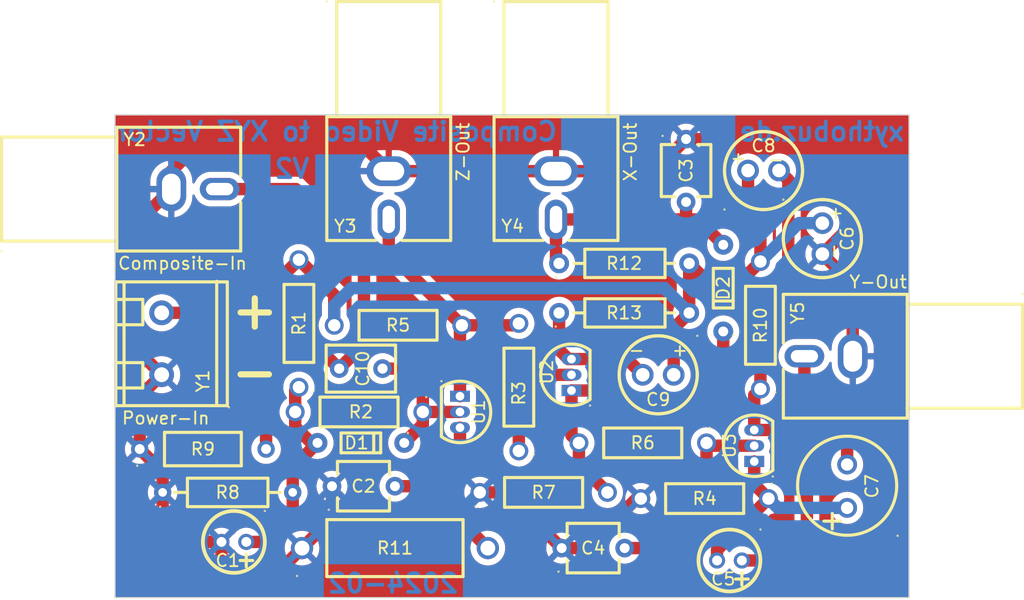
<source format=kicad_pcb>
(kicad_pcb (version 20221018) (generator pcbnew)

  (general
    (thickness 1.6)
  )

  (paper "A4")
  (title_block
    (title "Composite Video to XYZ converter")
    (date "2024-03-03")
    (rev "2")
    (company "xythobuz.de")
  )

  (layers
    (0 "F.Cu" signal)
    (31 "B.Cu" signal)
    (32 "B.Adhes" user "B.Adhesive")
    (33 "F.Adhes" user "F.Adhesive")
    (34 "B.Paste" user)
    (35 "F.Paste" user)
    (36 "B.SilkS" user "B.Silkscreen")
    (37 "F.SilkS" user "F.Silkscreen")
    (38 "B.Mask" user)
    (39 "F.Mask" user)
    (40 "Dwgs.User" user "User.Drawings")
    (41 "Cmts.User" user "User.Comments")
    (42 "Eco1.User" user "User.Eco1")
    (43 "Eco2.User" user "User.Eco2")
    (44 "Edge.Cuts" user)
    (45 "Margin" user)
    (46 "B.CrtYd" user "B.Courtyard")
    (47 "F.CrtYd" user "F.Courtyard")
    (48 "B.Fab" user)
    (49 "F.Fab" user)
    (50 "User.1" user)
    (51 "User.2" user)
    (52 "User.3" user)
    (53 "User.4" user)
    (54 "User.5" user)
    (55 "User.6" user)
    (56 "User.7" user)
    (57 "User.8" user)
    (58 "User.9" user)
  )

  (setup
    (pad_to_mask_clearance 0)
    (pcbplotparams
      (layerselection 0x00010fc_ffffffff)
      (plot_on_all_layers_selection 0x0000000_00000000)
      (disableapertmacros false)
      (usegerberextensions false)
      (usegerberattributes true)
      (usegerberadvancedattributes true)
      (creategerberjobfile true)
      (dashed_line_dash_ratio 12.000000)
      (dashed_line_gap_ratio 3.000000)
      (svgprecision 4)
      (plotframeref false)
      (viasonmask false)
      (mode 1)
      (useauxorigin false)
      (hpglpennumber 1)
      (hpglpenspeed 20)
      (hpglpendiameter 15.000000)
      (dxfpolygonmode true)
      (dxfimperialunits true)
      (dxfusepcbnewfont true)
      (psnegative false)
      (psa4output false)
      (plotreference true)
      (plotvalue true)
      (plotinvisibletext false)
      (sketchpadsonfab false)
      (subtractmaskfromsilk false)
      (outputformat 1)
      (mirror false)
      (drillshape 1)
      (scaleselection 1)
      (outputdirectory "")
    )
  )

  (net 0 "")
  (net 1 "Net-(C1-Pad1)")
  (net 2 "GND")
  (net 3 "Net-(U1-E)")
  (net 4 "Net-(C3-Pad2)")
  (net 5 "Net-(U3-B)")
  (net 6 "Net-(U3-E)")
  (net 7 "Net-(U3-C)")
  (net 8 "Net-(U1-B)")
  (net 9 "Net-(U2-E)")
  (net 10 "Net-(U2-B)")
  (net 11 "Net-(U1-C)")
  (net 12 "Net-(C7-Pad2)")
  (net 13 "Net-(U2-C)")
  (net 14 "Net-(C10-Pad1)")
  (net 15 "+12V")

  (footprint "jlc_footprints:CAP-TH_BD5.0-P2.00-D0.8-FD" (layer "F.Cu") (at 122.749936 115.770003 180))

  (footprint "jlc_footprints:RES-TH_BD2.4-L6.3-P10.30-D0.6" (layer "F.Cu") (at 160.749936 112.270003 180))

  (footprint "jlc_footprints:CAP-TH_BD5.0-P2.00-D0.8-FD" (layer "F.Cu") (at 162.749936 117.270003 180))

  (footprint "jlc_footprints:CAP-TH_L4.2-W3.8-P5.08-D0.6" (layer "F.Cu") (at 159.249936 85.770003 -90))

  (footprint "jlc_footprints:CAP-TH_L4.2-W3.8-P5.08-D0.6" (layer "F.Cu") (at 151.749936 116.270003))

  (footprint "jlc_footprints:CAP-TH_BD6.3-P2.50-D0.6-FD" (layer "F.Cu") (at 170.249936 91.270003 -90))

  (footprint "jlc_footprints:RES-TH_BD2.4-L6.3-P10.30-D0.6" (layer "F.Cu") (at 145.749936 103.270003 90))

  (footprint "jlc_footprints:DO-34_BD1.6-L3.0-P7.00-D0.6-RD" (layer "F.Cu") (at 133 107.770003 180))

  (footprint "jlc_footprints:CAP-TH_BD6.3-P2.50-D0.6-FD" (layer "F.Cu") (at 156.999872 102.270003 180))

  (footprint "jlc_footprints:RES-TH_BD2.2-L6.5-P10.50-D0.6" (layer "F.Cu") (at 154.249936 97.270003))

  (footprint "jlc_footprints:CAP-TH_L4.2-W3.8-P5.08-D0.6" (layer "F.Cu") (at 133.209931 111.270003))

  (footprint "jlc_footprints:RES-TH_BD2.7-L6.2-P10.20-D0.4" (layer "F.Cu") (at 120.249936 108.270003))

  (footprint "jlc_footprints:RES-TH_BD2.4-L6.3-P10.30-D0.6" (layer "F.Cu") (at 147.749936 111.770003))

  (footprint "jlc_footprints:TO-92-3_L4.9-W3.7-P1.27-L" (layer "F.Cu") (at 141 105.270003 -90))

  (footprint "jlc_footprints:CONN-TH_AV-5" (layer "F.Cu") (at 119.649885 87.270003 -90))

  (footprint "jlc_footprints:TO-92-3_L4.9-W3.7-P1.27-L" (layer "F.Cu") (at 164.749936 108 90))

  (footprint "jlc_footprints:DO-34_BD1.6-L3.0-P7.00-D0.6-RD" (layer "F.Cu") (at 162.249936 95.270003 90))

  (footprint "jlc_footprints:RES-TH_BD4.5-L11.0-P15.00-D0.8" (layer "F.Cu") (at 135.749936 116.270003))

  (footprint "jlc_footprints:CAP-TH_BD8.0-P3.50-D0.6-FD_1" (layer "F.Cu") (at 172.249936 111.270003 90))

  (footprint "jlc_footprints:RES-TH_BD2.4-L6.3-P10.30-D0.6" (layer "F.Cu") (at 132.849886 105.270003 180))

  (footprint "jlc_footprints:TO-92-3_L4.9-W3.7-P1.27-L" (layer "F.Cu") (at 150 102.270003 90))

  (footprint "jlc_footprints:CAP-TH_BD6.3-P2.50-D0.6-FD" (layer "F.Cu") (at 165.5 85.770003))

  (footprint "jlc_footprints:CONN-TH_AV-5" (layer "F.Cu") (at 135.249936 87.770029 180))

  (footprint "jlc_footprints:RES-TH_BD2.4-L6.3-P10.30-D0.6" (layer "F.Cu") (at 165.249936 98.270003 90))

  (footprint "jlc_footprints:RES-TH_BD2.4-L6.3-P10.30-D0.6" (layer "F.Cu") (at 128 98.119889 90))

  (footprint "jlc_footprints:RES-TH_BD2.4-L6.3-P10.30-D0.6" (layer "F.Cu") (at 155.749936 107.770003 180))

  (footprint "jlc_footprints:RES-TH_BD2.3-L6.5-P10.50-D0.5" (layer "F.Cu") (at 122.249936 111.770003))

  (footprint "jlc_footprints:CONN-TH_AV-5" (layer "F.Cu") (at 170.749911 100.770003 90))

  (footprint "jlc_footprints:CAP-TH_L5.5-W3.8-P3.50-D0.6" (layer "F.Cu") (at 133 101.770003))

  (footprint "jlc_footprints:RES-TH_BD2.4-L6.3-P10.30-D0.6" (layer "F.Cu") (at 136 98.270003 180))

  (footprint "jlc_footprints:RES-TH_BD2.2-L6.5-P10.50-D0.6" (layer "F.Cu") (at 154.249936 93.270003))

  (footprint "jlc_footprints:CONN-TH_XY300V-A-5.0-2P" (layer "F.Cu") (at 116.919964 99.763463 90))

  (footprint "jlc_footprints:CONN-TH_AV-5" (layer "F.Cu") (at 148.749936 87.770029 180))

  (gr_rect (start 113.14986 81.270003) (end 177.249936 120.270003)
    (stroke (width 0.1) (type default)) (fill none) (layer "Edge.Cuts") (tstamp 909cd8c0-0136-4c5d-b59b-aee5427766ec))
  (gr_text "V2" (at 129 86.5) (layer "B.Cu") (tstamp 70b9a640-bef0-4fac-a26d-d9d4c3b67729)
    (effects (font (size 1.5 1.5) (thickness 0.3) bold) (justify left bottom mirror))
  )
  (gr_text "Composite Video to XYZ Vector" (at 149 83.5) (layer "B.Cu") (tstamp 9e89382f-0e87-45b1-98f2-bb35cc89025f)
    (effects (font (size 1.5 1.5) (thickness 0.3) bold) (justify left bottom mirror))
  )
  (gr_text "xythobuz.de" (at 177 83.5) (layer "B.Cu") (tstamp ba8b0e7d-ea4c-4c5f-98bb-9f7419ad8de9)
    (effects (font (size 1.5 1.5) (thickness 0.3) bold) (justify left bottom mirror))
  )
  (gr_text "2024-02" (at 141 120) (layer "B.Cu") (tstamp e0252132-5e3b-4d56-a0eb-710dfdadd252)
    (effects (font (size 1.5 1.5) (thickness 0.3) bold) (justify left bottom mirror))
  )
  (gr_text "-" (at 122.249936 103.770003) (layer "F.SilkS") (tstamp 719982e9-e431-4187-81f3-920e31b93317)
    (effects (font (size 3 3) (thickness 0.5) bold) (justify left bottom))
  )
  (gr_text "+" (at 122.249936 98.770003) (layer "F.SilkS") (tstamp c24c4664-0e04-421e-96ec-411801863de4)
    (effects (font (size 3 3) (thickness 0.5) bold) (justify left bottom))
  )

  (segment (start 129 107.770003) (end 129.5 107.770003) (width 1) (layer "F.Cu") (net 1) (tstamp 2287397f-ed91-4119-91db-5532e807d5bf))
  (segment (start 127.499872 113.520067) (end 125.249936 115.770003) (width 1) (layer "F.Cu") (net 1) (tstamp 25fc25f6-a1b5-42c9-a03a-765cea0779f4))
  (segment (start 127.699772 106.469775) (end 129 107.770003) (width 1) (layer "F.Cu") (net 1) (tstamp 6e88c240-10a9-4f4f-8ae7-f7f6ccdb63bd))
  (segment (start 127.499872 111.770003) (end 127.499872 113.520067) (width 1) (layer "F.Cu") (net 1) (tstamp 727ceb11-d663-4293-afbb-41a089b6be32))
  (segment (start 127.699772 105.270003) (end 127.699772 106.469775) (width 1) (layer "F.Cu") (net 1) (tstamp 82dd5eb4-4080-4866-859b-512e476ebb11))
  (segment (start 128 103.270003) (end 127.699772 103.570231) (width 1) (layer "F.Cu") (net 1) (tstamp b65d6564-81d9-4055-b45a-4270b0dec257))
  (segment (start 125.249936 115.770003) (end 123.749936 115.770003) (width 1) (layer "F.Cu") (net 1) (tstamp b959a2b9-96fd-422b-9e73-2ec887256b07))
  (segment (start 127.699772 103.570231) (end 127.699772 105.270003) (width 1) (layer "F.Cu") (net 1) (tstamp c5cea043-9574-46ab-bd5a-4b9bb7696198))
  (segment (start 127.499872 109.770131) (end 129.5 107.770003) (width 1) (layer "F.Cu") (net 1) (tstamp ca2c612f-f4f4-41c8-9f0a-347cc55853a6))
  (segment (start 127.499872 111.770003) (end 127.499872 109.770131) (width 1) (layer "F.Cu") (net 1) (tstamp f8ac6d85-9630-476a-82fb-1507ed4f7a2a))
  (segment (start 116.919964 102.263463) (end 114.249936 99.593435) (width 1) (layer "F.Cu") (net 2) (tstamp 020829e2-beea-499e-989e-aa93e9e30568))
  (segment (start 142.599822 111.770003) (end 144.709931 111.770003) (width 1) (layer "F.Cu") (net 2) (tstamp 0267015d-d5a8-4592-a175-e0cb09c826c6))
  (segment (start 156.659892 85.820042) (end 159.249936 83.229998) (width 1) (layer "F.Cu") (net 2) (tstamp 07fa5b34-d6d5-4c2e-80e5-201826b360ac))
  (segment (start 172.699898 94.969901) (end 170.249936 92.519939) (width 1) (layer "F.Cu") (net 2) (tstamp 0954b3b3-03fb-402c-a773-c53d3f9518fa))
  (segment (start 125.749936 118.770003) (end 128.249936 116.270003) (width 1) (layer "F.Cu") (net 2) (tstamp 15212ff7-85d8-4c34-94f1-db562f6cd55e))
  (segment (start 169.729998 83.229998) (end 173 86.5) (width 1) (layer "F.Cu") (net 2) (tstamp 1691ad5a-a890-4ec8-9521-fa687ec872c8))
  (segment (start 135.249936 85.820042) (end 148.749936 85.820042) (width 1) (layer "F.Cu") (net 2) (tstamp 1f7f61eb-4f28-4fba-a15c-956abc2f017d))
  (segment (start 119.249936 115.770003) (end 121.749936 115.770003) (width 1) (layer "F.Cu") (net 2) (tstamp 23590dab-3eed-45fd-936d-b065536ae9bf))
  (segment (start 173 86.5) (end 173 89.769875) (width 1) (layer "F.Cu") (net 2) (tstamp 2631e180-cebb-44a2-8577-1e21edb80e88))
  (segment (start 130.669926 113.850013) (end 128.249936 116.270003) (width 1) (layer "F.Cu") (net 2) (tstamp 2bbaf9fb-d9a6-4b4c-adbe-6864b75e9324))
  (segment (start 114.249936 99.593435) (end 114.249936 90.719965) (width 1) (layer "F.Cu") (net 2) (tstamp 41d38f20-b4ab-4406-8680-1b4922554c85))
  (segment (start 144.709931 111.770003) (end 149.209931 116.270003) (width 1) (layer "F.Cu") (net 2) (tstamp 463e5a6c-cccc-4a0c-9389-d7791e2ade95))
  (segment (start 132.699897 83.270003) (end 135.249936 85.820042) (width 1) (layer "F.Cu") (net 2) (tstamp 530e4bf2-db58-49b2-9623-048da59893f9))
  (segment (start 117.699898 85.820041) (end 120.249936 83.270003) (width 1) (layer "F.Cu") (net 2) (tstamp 613e6854-877d-4641-899c-ce4d85116438))
  (segment (start 121.749936 117.270003) (end 123.249936 118.770003) (width 1) (layer "F.Cu") (net 2) (tstamp 65e0bc19-93bf-4a44-b3ee-d9b16bda73f1))
  (segment (start 151.249936 116.270003) (end 155.249936 112.270003) (width 1) (layer "F.Cu") (net 2) (tstamp 68bd5d8e-3279-42c2-9240-0ab51a31e0ff))
  (segment (start 117.699898 87.270003) (end 117.699898 85.820041) (width 1) (layer "F.Cu") (net 2) (tstamp 6e0fea4e-a61d-4326-b90c-253163f38ca8))
  (segment (start 117 110.120143) (end 115.14986 108.270003) (width 1) (layer "F.Cu") (net 2) (tstamp 7639c043-a35c-438b-aa1d-c77753bf8111))
  (segment (start 148.749936 85.820042) (end 156.659892 85.820042) (width 1) (layer "F.Cu") (net 2) (tstamp 7f0bcdd7-b59b-4d3c-96d1-b83a85593042))
  (segment (start 155.249936 112.270003) (end 155.599822 112.270003) (width 1) (layer "F.Cu") (net 2) (tstamp 8d02f125-9de6-4f2e-9357-7d7f2a4e57b4))
  (segment (start 115.14986 104.033567) (end 115.14986 108.270003) (width 1) (layer "F.Cu") (net 2) (tstamp 926add98-c17b-4179-beef-867bd3735f0f))
  (segment (start 130.669926 111.270003) (end 130.669926 113.850013) (width 1) (layer "F.Cu") (net 2) (tstamp 96e19949-491a-4ef4-b381-caa478cb3fe5))
  (segment (start 116.919964 102.263463) (end 115.14986 104.033567) (width 1) (layer "F.Cu") (net 2) (tstamp afb222bf-7b52-4176-a50d-97b5334cf295))
  (segment (start 173 89.769875) (end 170.249936 92.519939) (width 1) (layer "F.Cu") (net 2) (tstamp b93b2cc0-493e-4446-8bdb-c4a14e848d2d))
  (segment (start 117 111.770003) (end 117 110.120143) (width 1) (layer "F.Cu") (net 2) (tstamp b9f11575-2f96-448f-bbf8-760f844d770c))
  (segment (start 117 111.770003) (end 117 113.520067) (width 1) (layer "F.Cu") (net 2) (tstamp bfe117e0-91af-4f15-9485-56545d5652a3))
  (segment (start 121.749936 115.770003) (end 121.749936 117.270003) (width 1) (layer "F.Cu") (net 2) (tstamp c4c88f32-2c1c-452d-bcf3-3c3d68f575e6))
  (segment (start 120.249936 83.270003) (end 132.699897 83.270003) (width 1) (layer "F.Cu") (net 2) (tstamp c9bd7ddc-61f3-4e80-8efe-e65a27b34566))
  (segment (start 114.249936 90.719965) (end 117.699898 87.270003) (width 1) (layer "F.Cu") (net 2) (tstamp d3de630f-0de4-46e3-8189-5ced367793c3))
  (segment (start 149.209931 116.270003) (end 151.249936 116.270003) (width 1) (layer "F.Cu") (net 2) (tstamp d4624ed7-b893-4e06-a452-492956a7f976))
  (segment (start 172.699898 100.770003) (end 172.699898 94.969901) (width 1) (layer "F.Cu") (net 2) (tstamp e37a7c0c-7455-4aab-beff-25ff737328cd))
  (segment (start 159.249936 83.229998) (end 169.729998 83.229998) (width 1) (layer "F.Cu") (net 2) (tstamp f42d6ca8-eaa1-41e4-9d7b-12539dccc46f))
  (segment (start 117 113.520067) (end 119.249936 115.770003) (width 1) (layer "F.Cu") (net 2) (tstamp fb000dae-0177-4ba6-9e5a-8e7e1073ad52))
  (segment (start 123.249936 118.770003) (end 125.749936 118.770003) (width 1) (layer "F.Cu") (net 2) (tstamp fbe7c95e-df7c-4640-95fd-215b43120b71))
  (segment (start 132.249936 114.270003) (end 140.099822 114.270003) (width 1) (layer "B.Cu") (net 2) (tstamp 52e06edf-560d-46a9-bdc4-139151256f9c))
  (segment (start 140.099822 114.270003) (end 142.599822 111.770003) (width 1) (layer "B.Cu") (net 2) (tstamp 8b479ae2-3f66-498b-8065-4564104333db))
  (segment (start 130.669926 112.689993) (end 132.249936 114.270003) (width 1) (layer "B.Cu") (net 2) (tstamp a4bd7871-1e08-4f34-bbd1-cd7aac9b4cc5))
  (segment (start 130.669926 111.270003) (end 130.669926 112.689993) (width 1) (layer "B.Cu") (net 2) (tstamp f3ce0c0c-984c-430c-87d9-099a31da87f8))
  (segment (start 141 109.519939) (end 139.249936 111.270003) (width 1) (layer "F.Cu") (net 3) (tstamp 0f81b1ce-2e8b-493b-a18a-cde6576655ac))
  (segment (start 139.249936 111.270003) (end 135.749936 111.270003) (width 1) (layer "F.Cu") (net 3) (tstamp 1304e644-5665-44d8-891a-04887230bd3b))
  (segment (start 143.249936 116.270003) (end 139.249936 112.270003) (width 1) (layer "F.Cu") (net 3) (tstamp 1c0c974f-04c5-4554-a4b8-052ed94b2a00))
  (segment (start 139.249936 112.270003) (end 139.249936 111.270003) (width 1) (layer "F.Cu") (net 3) (tstamp 5e8ec663-c56c-4150-9fe7-2e609199d4fb))
  (segment (start 141 106.540006) (end 141 109.519939) (width 1) (layer "F.Cu") (net 3) (tstamp b29e59cc-3944-404c-9d3d-e6d67ae3b592))
  (segment (start 162.249936 91.770003) (end 160.199975 89.720042) (width 1) (layer "F.Cu") (net 4) (tstamp 13743475-93ed-4b94-a052-6e04fba703cb))
  (segment (start 159.249936 89.720042) (end 148.749936 89.720042) (width 1) (layer "F.Cu") (net 4) (tstamp 4f9e20a5-d340-4af2-8371-664233c25523))
  (segment (start 159.249936 88.310008) (end 159.249936 89.720042) (width 1) (layer "F.Cu") (net 4) (tstamp 656a0d92-3ce9-4c08-be2d-8c69d2f85a2d))
  (segment (start 148.749936 93.020067) (end 148.999872 93.270003) (width 1) (layer "F.Cu") (net 4) (tstamp 9240d32a-901e-48d5-a525-3d64e17f3f33))
  (segment (start 148.749936 89.720042) (end 148.749936 93.020067) (width 1) (layer "F.Cu") (net 4) (tstamp e64bd612-3299-4aea-aad5-b667ed5667dd))
  (segment (start 160.199975 89.720042) (end 159.249936 89.720042) (width 1) (layer "F.Cu") (net 4) (tstamp f2b18299-ff2e-4d01-8fce-74f2c8a20027))
  (segment (start 160.90005 111.619889) (end 156.249936 116.270003) (width 1) (layer "F.Cu") (net 5) (tstamp 4feae303-64cb-4cf6-a912-2bced1ffaeac))
  (segment (start 156.249936 116.270003) (end 154.289941 116.270003) (width 1) (layer "F.Cu") (net 5) (tstamp 86974930-b2de-4a59-802d-9cc1e2efd6fc))
  (segment (start 164.749936 108) (end 161.130047 108) (width 1) (layer "F.Cu") (net 5) (tstamp a0619729-f3c2-4696-afed-f78a20e3cbf8))
  (segment (start 161.130047 108) (end 160.90005 107.770003) (width 1) (layer "F.Cu") (net 5) (tstamp e6416fbe-9e02-4ad9-9f43-4809b1748ec2))
  (segment (start 160.90005 107.770003) (end 160.90005 111.619889) (width 1) (layer "F.Cu") (net 5) (tstamp f428e47d-b3a0-415f-8d2e-7dc68a8a7cd4))
  (segment (start 165.249936 97.250064) (end 167.5 95) (width 1) (layer "F.Cu") (net 6) (tstamp 07bd11d0-afba-4e6c-81f6-aefc4876a46d))
  (segment (start 164.749936 103.920117) (end 165.249936 103.420117) (width 1) (layer "F.Cu") (net 6) (tstamp 0edf3fd6-5057-481d-b7d1-4e47ef46b80b))
  (segment (start 167.5 95) (end 167.5 86.520067) (width 1) (layer "F.Cu") (net 6) (tstamp 361bf6c4-dae5-4664-8dfd-03651eb8b304))
  (segment (start 165.249936 103.420117) (end 165.249936 97.250064) (width 1) (layer "F.Cu") (net 6) (tstamp 37b72965-6671-47b0-acc7-7e853172accd))
  (segment (start 166.50993 106.729997) (end 169 109.220067) (width 1) (layer "F.Cu") (net 6) (tstamp 4fc06be2-86ba-46fa-9d22-468bc0edd659))
  (segment (start 164.749936 106.729997) (end 164.749936 103.920117) (width 1) (layer "F.Cu") (net 6) (tstamp 63d6634e-3f75-4b7f-8dc7-1b4acb8d1769))
  (segment (start 169 109.220067) (end 169 115) (width 1) (layer "F.Cu") (net 6) (tstamp 81105b99-9bfd-4bda-bc75-2dc611983d22))
  (segment (start 164.749936 106.729997) (end 166.50993 106.729997) (width 1) (layer "F.Cu") (net 6) (tstamp a8e7b997-8b59-44a5-a623-17dfc410e678))
  (segment (start 167.5 86.520067) (end 166.749936 85.770003) (width 1) (layer "F.Cu") (net 6) (tstamp aefada94-c653-4631-8605-79c093ee2555))
  (segment (start 169 115) (end 166.729997 117.270003) (width 1) (layer "F.Cu") (net 6) (tstamp b87b7949-4b31-4e09-90d1-22f04a734f7c))
  (segment (start 166.729997 117.270003) (end 163.749936 117.270003) (width 1) (layer "F.Cu") (net 6) (tstamp f5fa5146-9e49-4fdd-917c-86bb0e4c2ee9))
  (segment (start 161.749936 117.270003) (end 161.749936 116.420117) (width 1) (layer "F.Cu") (net 7) (tstamp 0ea46186-a53d-42d6-9281-e41b6ec24259))
  (segment (start 164.749936 109.270003) (end 164.749936 111.119889) (width 1) (layer "F.Cu") (net 7) (tstamp 75019dae-28b3-4f09-ae6c-7fe323d47a42))
  (segment (start 161.749936 116.420117) (end 165.90005 112.270003) (width 1) (layer "F.Cu") (net 7) (tstamp e006d8c8-6981-4592-a7c2-978f4af2d98e))
  (segment (start 164.749936 111.119889) (end 165.90005 112.270003) (width 1) (layer "F.Cu") (net 7) (tstamp e5fbbd1e-727b-4c6c-8e14-58a3cafb150a))
  (segment (start 172.249936 113.020067) (end 166.650114 113.020067) (width 1) (layer "B.Cu") (net 7) (tstamp 358c00fa-bb96-4157-bd9d-0106e6105a90))
  (segment (start 166.650114 113.020067) (end 165.90005 112.270003) (width 1) (layer "B.Cu") (net 7) (tstamp 9ed76135-153c-4ecb-ad99-3b7d5c7127df))
  (segment (start 138 106.270003) (end 138 105.270003) (width 1) (layer "F.Cu") (net 8) (tstamp 2411db3e-ba4b-410c-93dd-497a8e9db56a))
  (segment (start 138 103.270003) (end 136.5 101.770003) (width 1) (layer "F.Cu") (net 8) (tstamp 259e2c56-66b5-40a4-a37f-ceff74f328a3))
  (segment (start 141 105.270003) (end 138 105.270003) (width 1) (layer "F.Cu") (net 8) (tstamp 403fbdde-1077-4c3c-b0af-90054a6b00d9))
  (segment (start 136.5 101.770003) (end 134.750064 101.770003) (width 1) (layer "F.Cu") (net 8) (tstamp 6fb0fa79-3bdc-48e0-989d-1014f0f1d5b9))
  (segment (start 138 105.270003) (end 138 103.270003) (width 1) (layer "F.Cu") (net 8) (tstamp a37b047d-8f62-4394-8ab9-6b008f77a2b9))
  (segment (start 136.5 107.770003) (end 138 106.270003) (width 1) (layer "F.Cu") (net 8) (tstamp ad82ddb7-7634-4ba2-8951-9e97eec0b7ed))
  (segment (start 148.999872 97.270003) (end 148.999872 100.249936) (width 1) (layer "F.Cu") (net 9) (tstamp 31f5114e-5ad5-4efd-9050-e5458e01a0a5))
  (segment (start 155.749936 102.270003) (end 154.479933 101) (width 1) (layer "F.Cu") (net 9) (tstamp 794c2bde-9d6f-448c-b5ed-7b6d1a660e07))
  (segment (start 150 101) (end 149.749936 101) (width 1) (layer "F.Cu") (net 9) (tstamp ade693e3-5116-42cb-9504-fe5b6092fa36))
  (segment (start 149.749936 101) (end 148.999872 100.249936) (width 1) (layer "F.Cu") (net 9) (tstamp c08d50fa-cfa7-4bb4-90a2-3e72fd2385f7))
  (segment (start 150 101) (end 154.479933 101) (width 1) (layer "F.Cu") (net 9) (tstamp de9bff0f-40fa-4934-bde1-210c2927d075))
  (segment (start 145.749936 103.270003) (end 145.749936 108.420117) (width 1) (layer "F.Cu") (net 10) (tstamp 272161c2-fb71-4da1-a954-fba802ca58c7))
  (segment (start 146.749936 102.270003) (end 145.749936 103.270003) (width 1) (layer "F.Cu") (net 10) (tstamp 5b8e9283-3274-46ac-a392-d1d11ce3bd3a))
  (segment (start 150 102.270003) (end 146.749936 102.270003) (width 1) (layer "F.Cu") (net 10) (tstamp 96fff74f-fcb2-43f1-86fd-7d6809278ed6))
  (segment (start 141 104) (end 141 98.420117) (width 1) (layer "F.Cu") (net 11) (tstamp 0c16494e-5e78-4a05-a9d5-b6aa607319a3))
  (segment (start 135.249936 92.369825) (end 135.249936 89.720042) (width 1) (layer "F.Cu") (net 11) (tstamp 0c40efb5-9b94-4bef-9d39-3cdb25d8d85d))
  (segment (start 141 98.420117) (end 141.150114 98.270003) (width 1) (layer "F.Cu") (net 11) (tstamp 425b7b62-53f1-4d78-81da-876b24a2b289))
  (segment (start 145.599822 98.270003) (end 145.749936 98.119889) (width 1) (layer "F.Cu") (net 11) (tstamp 4abcd57f-f8f7-4841-a022-5674045639ab))
  (segment (start 141.150114 98.270003) (end 135.249936 92.369825) (width 1) (layer "F.Cu") (net 11) (tstamp ac202bc5-4666-4619-949d-6a3762b98fd8))
  (segment (start 141.150114 98.270003) (end 145.599822 98.270003) (width 1) (layer "F.Cu") (net 11) (tstamp df8fcb64-41cd-43a0-9ad3-447227184f96))
  (segment (start 172.249936 109.519939) (end 172.249936 107.249936) (width 1) (layer "F.Cu") (net 12) (tstamp 245adcad-1614-43eb-a323-3056b00eb496))
  (segment (start 168.799898 103.799898) (end 168.799898 100.770003) (width 1) (layer "F.Cu") (net 12) (tstamp e6e9ad9a-d6c8-4e1a-9797-18072c985978))
  (segment (start 172.249936 107.249936) (end 168.799898 103.799898) (width 1) (layer "F.Cu") (net 12) (tstamp ec3b22b1-cfbe-4f0e-a42d-874e80856c90))
  (segment (start 153.749936 104.770003) (end 160.749936 104.770003) (width 1) (layer "F.Cu") (net 13) (tstamp 178a92bf-6c19-4b87-9c19-c06a03b154c8))
  (segment (start 150 103.540006) (end 150 107.170181) (width 1) (layer "F.Cu") (net 13) (tstamp 5834a45f-b7a3-4175-bcff-3719aa668e4c))
  (segment (start 162.249936 103.270003) (end 162.249936 98.770003) (width 1) (layer "F.Cu") (net 13) (tstamp 588682ac-f2bd-4a41-aef0-113873ec7590))
  (segment (start 160.749936 104.770003) (end 162.249936 103.270003) (width 1) (layer "F.Cu") (net 13) (tstamp 632593b1-2c5f-4cb0-9cb4-a51ead253e86))
  (segment (start 152.519939 103.540006) (end 153.749936 104.770003) (width 1) (layer "F.Cu") (net 13) (tstamp a33a23f2-d4af-4d8b-b434-4044a0e68796))
  (segment (start 150 107.170181) (end 150.599822 107.770003) (width 1) (layer "F.Cu") (net 13) (tstamp ae7dc16a-00ef-4f9c-acdc-1eaf046fbbed))
  (segment (start 150.599822 109.469775) (end 152.90005 111.770003) (width 1) (layer "F.Cu") (net 13) (tstamp b766d942-2c3e-4e39-838d-980056195aa6))
  (segment (start 150 103.540006) (end 152.519939 103.540006) (width 1) (layer "F.Cu") (net 13) (tstamp f04422f7-d611-412c-8944-19b1872110dd))
  (segment (start 150.599822 107.770003) (end 150.599822 109.469775) (width 1) (layer "F.Cu") (net 13) (tstamp f72e46e1-fe07-4646-b3b6-f544ae4dcb53))
  (segment (start 121.599898 87.270003) (end 127.749936 87.270003) (width 1) (layer "F.Cu") (net 14) (tstamp 0261e7bf-eb6d-4e62-b126-d74d5e6af875))
  (segment (start 133.249936 99.770003) (end 131.249936 101.770003) (width 1) (layer "F.Cu") (net 14) (tstamp 15d5f7a7-ecf6-458f-8f04-5cb6541281ec))
  (segment (start 127.249936 100.770003) (end 125.350012 102.669927) (width 1) (layer "F.Cu") (net 14) (tstamp 4b300eea-c392-457f-bb5f-598fb7b1e600))
  (segment (start 127.749936 87.270003) (end 133.249936 92.770003) (width 1) (layer "F.Cu") (net 14) (tstamp 4ff14a8e-c715-4610-bf2d-d2c2533a4e14))
  (segment (start 133.249936 92.770003) (end 133.249936 99.770003) (width 1) (layer "F.Cu") (net 14) (tstamp 51bdc6a2-16e7-48fb-85b1-531b38ba77f2))
  (segment (start 125.350012 102.669927) (end 125.350012 108.270003) (width 1) (layer "F.Cu") (net 14) (tstamp 83f20ff6-3fb0-457a-83f6-dc582b2c1c01))
  (segment (start 130.249936 100.770003) (end 127.249936 100.770003) (width 1) (layer "F.Cu") (net 14) (tstamp eb289018-41ae-4eb5-a882-4a2628987c61))
  (segment (start 131.249936 101.770003) (end 130.249936 100.770003) (width 1) (layer "F.Cu") (net 14) (tstamp f2cb1012-443a-427b-be34-afbb05a8cadd))
  (segment (start 128 92.969775) (end 123.706312 97.263463) (width 1) (layer "F.Cu") (net 15) (tstamp 034c3acd-89d9-49b5-a00b-8281b256208f))
  (segment (start 130.849886 95.819661) (end 128 92.969775) (width 1) (layer "F.Cu") (net 15) (tstamp 1f8ee417-1bd8-4eb6-aa26-9a70d2370c1c))
  (segment (start 164.099822 94.270003) (end 160.5 94.270003) (width 1) (layer "F.Cu") (net 15) (tstamp 38bf66fb-4871-49f6-9097-d8db6aa13815))
  (segment (start 159.5 93.270003) (end 159.5 97.270003) (width 1) (layer "F.Cu") (net 15) (tstamp 4018cd0b-38b1-4ae4-988c-fb71e9ccab71))
  (segment (start 123.706312 97.263463) (end 116.919964 97.263463) (width 1) (layer "F.Cu") (net 15) (tstamp 42b73559-514a-400a-8b32-82c5c516fc81))
  (segment (start 164.250064 89.250064) (end 165.249936 90.249936) (width 1) (layer "F.Cu") (net 15) (tstamp 485a8b8f-11f4-4dab-beb3-4b863b6a02d8))
  (segment (start 160.5 94.270003) (end 159.5 93.270003) (width 1) (layer "F.Cu") (net 15) (tstamp 6fb823b2-9a90-4ed6-84cf-f28f35be7ae3))
  (segment (start 130.849886 98.270003) (end 130.849886 95.819661) (width 1) (layer "F.Cu") (net 15) (tstamp 7e37659a-d1e3-42f1-934a-a5bcd096d4bf))
  (segment (start 165.249936 93.119889) (end 164.099822 94.270003) (width 1) (layer "F.Cu") (net 15) (tstamp 82351ea9-27bc-4ceb-a8ab-1d4994619ea2))
  (segment (start 165.249936 90.249936) (end 165.249936 93.119889) (width 1) (layer "F.Cu") (net 15) (tstamp a6558168-b245-4236-881c-2d32f45481e8))
  (segment (start 164.250064 85.770003) (end 164.250064 89.250064) (width 1) (layer "F.Cu") (net 15) (tstamp c0a7ff1e-0722-498f-b6d4-d8b24a3a1f5e))
  (segment (start 158.249808 102.270003) (end 158.249808 98.520195) (width 1) (layer "F.Cu") (net 15) (tstamp d316ee6c-4d4e-44f0-9ccc-96485075bd06))
  (segment (start 158.249808 98.520195) (end 159.5 97.270003) (width 1) (layer "F.Cu") (net 15) (tstamp e81b3717-d871-4841-ad1e-1ff655e56ddc))
  (segment (start 130.849886 96.670053) (end 132.249936 95.270003) (width 1) (layer "B.Cu") (net 15) (tstamp 3a4fda45-9319-444c-92be-bedbc24ec467))
  (segment (start 170.249936 90.020067) (end 168.349758 90.020067) (width 1) (layer "B.Cu") (net 15) (tstamp 60fe6e22-133d-44cb-bf26-14a281efc9a3))
  (segment (start 157.5 95.270003) (end 159.5 97.270003) (width 1) (layer "B.Cu") (net 15) (tstamp ab36b9dc-1853-48cb-b13c-5ecbbce1fb3a))
  (segment (start 132.249936 95.270003) (end 157.5 95.270003) (width 1) (layer "B.Cu") (net 15) (tstamp ac884faa-0da1-4a5f-8560-947b704c0764))
  (segment (start 130.849886 98.270003) (end 130.849886 96.670053) (width 1) (layer "B.Cu") (net 15) (tstamp c9cde9c4-4546-4d09-897d-9e9bd517c2c5))
  (segment (start 168.349758 90.020067) (end 165.249936 93.119889) (width 1) (layer "B.Cu") (net 15) (tstamp d2ba6e6e-f376-4a47-9959-cd7310df9c68))

  (zone (net 2) (net_name "GND") (layers "F&B.Cu") (tstamp 5302c0d0-b373-4f8f-b17a-72c71b4f1263) (name "GND") (hatch edge 0.5)
    (connect_pads (clearance 0.5))
    (min_thickness 0.2) (filled_areas_thickness no)
    (fill yes (thermal_gap 0.5) (thermal_bridge_width 0.5) (smoothing chamfer) (island_removal_mode 1) (island_area_min 10))
    (polygon
      (pts
        (xy 113 81)
        (xy 177.5 81)
        (xy 177.5 120.5)
        (xy 113 120.5)
      )
    )
    (filled_polygon
      (layer "F.Cu")
      (island)
      (pts
        (xy 166.220228 107.855216)
        (xy 167.970504 109.605492)
        (xy 167.998281 109.660009)
        (xy 167.9995 109.675496)
        (xy 167.9995 114.544571)
        (xy 167.980593 114.602762)
        (xy 167.970504 114.614575)
        (xy 166.344573 116.240507)
        (xy 166.290056 116.268284)
        (xy 166.274569 116.269503)
        (xy 164.347708 116.269503)
        (xy 164.295591 116.254674)
        (xy 164.276249 116.242698)
        (xy 164.264957 116.235706)
        (xy 164.264955 116.235705)
        (xy 164.066134 116.158682)
        (xy 164.066133 116.158681)
        (xy 164.066131 116.158681)
        (xy 163.856546 116.119503)
        (xy 163.704478 116.119503)
        (xy 163.646287 116.100596)
        (xy 163.610323 116.051096)
        (xy 163.610323 115.98991)
        (xy 163.634474 115.950499)
        (xy 164.830299 114.754674)
        (xy 166.036319 113.548653)
        (xy 166.090834 113.520878)
        (xy 166.097676 113.520037)
        (xy 166.120119 113.518074)
        (xy 166.3335 113.460898)
        (xy 166.533712 113.367538)
        (xy 166.71467 113.24083)
        (xy 166.870877 113.084623)
        (xy 166.997585 112.903665)
        (xy 167.090945 112.703453)
        (xy 167.148121 112.490072)
        (xy 167.14813 112.489976)
        (xy 167.167374 112.270006)
        (xy 167.167374 112.269999)
        (xy 167.148122 112.049941)
        (xy 167.148121 112.049938)
        (xy 167.148121 112.049934)
        (xy 167.090945 111.836553)
        (xy 166.997585 111.636341)
        (xy 166.872653 111.457919)
        (xy 166.87088 111.455387)
        (xy 166.870879 111.455386)
        (xy 166.870877 111.455383)
        (xy 166.71467 111.299176)
        (xy 166.714666 111.299173)
        (xy 166.714665 111.299172)
        (xy 166.567679 111.196252)
        (xy 166.533712 111.172468)
        (xy 166.3335 111.079108)
        (xy 166.120119 111.021932)
        (xy 166.113151 111.021322)
        (xy 166.097688 111.019969)
        (xy 166.041368 110.996059)
        (xy 166.036317 110.99135)
        (xy 165.779432 110.734465)
        (xy 165.751655 110.679948)
        (xy 165.750436 110.664461)
        (xy 165.750436 110.244669)
        (xy 165.769343 110.186478)
        (xy 165.790107 110.165416)
        (xy 165.793637 110.162772)
        (xy 165.907482 110.077549)
        (xy 165.993732 109.962334)
        (xy 166.017042 109.899838)
        (xy 166.044025 109.827491)
        (xy 166.044026 109.827488)
        (xy 166.044027 109.827486)
        (xy 166.050436 109.767876)
        (xy 166.050435 108.772131)
        (xy 166.044027 108.71252)
        (xy 166.019055 108.645566)
        (xy 165.993733 108.577673)
        (xy 165.958482 108.530584)
        (xy 165.938745 108.472669)
        (xy 165.948851 108.42766)
        (xy 165.995866 108.331816)
        (xy 166.044321 108.144674)
        (xy 166.054112 107.95161)
        (xy 166.052366 107.940213)
        (xy 166.062242 107.879832)
        (xy 166.105723 107.836785)
        (xy 166.166203 107.827518)
      )
    )
    (filled_polygon
      (layer "F.Cu")
      (island)
      (pts
        (xy 154.082695 102.019407)
        (xy 154.094508 102.029496)
        (xy 154.347189 102.282177)
        (xy 154.374966 102.336694)
        (xy 154.375847 102.344005)
        (xy 154.388539 102.497178)
        (xy 154.411903 102.589439)
        (xy 154.4445 102.71816)
        (xy 154.495359 102.834107)
        (xy 154.536068 102.926914)
        (xy 154.536069 102.926915)
        (xy 154.563528 102.968944)
        (xy 154.660747 103.117752)
        (xy 154.812573 103.282678)
        (xy 154.815138 103.285464)
        (xy 154.925988 103.371742)
        (xy 154.982217 103.415507)
        (xy 154.995027 103.425477)
        (xy 155.108976 103.487143)
        (xy 155.192207 103.532186)
        (xy 155.195508 103.533972)
        (xy 155.320459 103.576867)
        (xy 155.369357 103.613644)
        (xy 155.387299 103.67214)
        (xy 155.367433 103.73001)
        (xy 155.317345 103.765151)
        (xy 155.288313 103.769503)
        (xy 154.205365 103.769503)
        (xy 154.147174 103.750596)
        (xy 154.135361 103.740507)
        (xy 153.237255 102.842402)
        (xy 153.235505 102.840606)
        (xy 153.175002 102.776957)
        (xy 153.174992 102.776948)
        (xy 153.125801 102.742711)
        (xy 153.119794 102.738182)
        (xy 153.111727 102.731604)
        (xy 153.073346 102.700308)
        (xy 153.073344 102.700307)
        (xy 153.073343 102.700306)
        (xy 153.05627 102.691388)
        (xy 153.044972 102.685486)
        (xy 153.034259 102.678996)
        (xy 153.016233 102.66645)
        (xy 153.007988 102.660711)
        (xy 153.007987 102.66071)
        (xy 153.007985 102.660709)
        (xy 152.9529 102.637069)
        (xy 152.946108 102.633844)
        (xy 152.926051 102.623367)
        (xy 152.892988 102.606097)
        (xy 152.892985 102.606096)
        (xy 152.892979 102.606093)
        (xy 152.862215 102.59729)
        (xy 152.850414 102.593089)
        (xy 152.820993 102.580464)
        (xy 152.820994 102.580464)
        (xy 152.762287 102.5684)
        (xy 152.754995 102.566611)
        (xy 152.697357 102.550119)
        (xy 152.697352 102.550118)
        (xy 152.697353 102.550118)
        (xy 152.665435 102.547687)
        (xy 152.653031 102.545947)
        (xy 152.621685 102.539506)
        (xy 152.62168 102.539506)
        (xy 152.561745 102.539506)
        (xy 152.554228 102.53922)
        (xy 152.494463 102.534669)
        (xy 152.46271 102.538713)
        (xy 152.450203 102.539506)
        (xy 151.389962 102.539506)
        (xy 151.331771 102.520599)
        (xy 151.295807 102.471099)
        (xy 151.294244 102.419728)
        (xy 151.293625 102.419634)
        (xy 151.294139 102.416275)
        (xy 151.294122 102.415694)
        (xy 151.294383 102.414683)
        (xy 151.294385 102.414677)
        (xy 151.304176 102.221613)
        (xy 151.296647 102.172467)
        (xy 151.287766 102.114492)
        (xy 151.297643 102.054109)
        (xy 151.341126 102.011064)
        (xy 151.385624 102.0005)
        (xy 154.024504 102.0005)
      )
    )
    (filled_polygon
      (layer "F.Cu")
      (island)
      (pts
        (xy 157.07698 102.990621)
        (xy 157.082752 102.998565)
        (xy 157.160619 103.117752)
        (xy 157.312445 103.282678)
        (xy 157.31501 103.285464)
        (xy 157.42586 103.371742)
        (xy 157.482089 103.415507)
        (xy 157.494899 103.425477)
        (xy 157.608848 103.487143)
        (xy 157.692079 103.532186)
        (xy 157.69538 103.533972)
        (xy 157.820331 103.576867)
        (xy 157.869229 103.613644)
        (xy 157.887171 103.67214)
        (xy 157.867305 103.73001)
        (xy 157.817217 103.765151)
        (xy 157.788185 103.769503)
        (xy 156.211559 103.769503)
        (xy 156.153368 103.750596)
        (xy 156.117404 103.701096)
        (xy 156.117404 103.63991)
        (xy 156.153368 103.59041)
        (xy 156.179411 103.576868)
        (xy 156.304364 103.533972)
        (xy 156.504845 103.425477)
        (xy 156.684734 103.285464)
        (xy 156.839124 103.117752)
        (xy 156.916992 102.998564)
        (xy 156.964648 102.96019)
        (xy 157.025758 102.957156)
      )
    )
    (filled_polygon
      (layer "F.Cu")
      (island)
      (pts
        (xy 165.577108 86.490621)
        (xy 165.58288 86.498565)
        (xy 165.660747 86.617752)
        (xy 165.784996 86.752721)
        (xy 165.815138 86.785464)
        (xy 165.995027 86.925477)
        (xy 166.084468 86.97388)
        (xy 166.169695 87.020003)
        (xy 166.195508 87.033972)
        (xy 166.411112 87.107989)
        (xy 166.411116 87.107989)
        (xy 166.411117 87.10799)
        (xy 166.416793 87.108937)
        (xy 166.471079 87.137164)
        (xy 166.498406 87.191907)
        (xy 166.4995 87.206587)
        (xy 166.4995 92.389359)
        (xy 166.480593 92.44755)
        (xy 166.431093 92.483514)
        (xy 166.369907 92.483514)
        (xy 166.320407 92.44755)
        (xy 166.319404 92.446143)
        (xy 166.26834 92.373215)
        (xy 166.250436 92.316431)
        (xy 166.250436 90.263895)
        (xy 166.250468 90.261388)
        (xy 166.250826 90.247242)
        (xy 166.252693 90.173573)
        (xy 166.242113 90.114549)
        (xy 166.241073 90.107129)
        (xy 166.23501 90.047498)
        (xy 166.225427 90.016957)
        (xy 166.222442 90.004794)
        (xy 166.216795 89.973284)
        (xy 166.194552 89.9176)
        (xy 166.192033 89.910523)
        (xy 166.184208 89.885583)
        (xy 166.174095 89.853348)
        (xy 166.158565 89.825367)
        (xy 166.153189 89.814048)
        (xy 166.144738 89.792891)
        (xy 166.141314 89.784319)
        (xy 166.108318 89.734254)
        (xy 166.104425 89.727827)
        (xy 166.075346 89.675435)
        (xy 166.054491 89.651142)
        (xy 166.046951 89.641142)
        (xy 166.029338 89.614418)
        (xy 165.986955 89.572035)
        (xy 165.981842 89.566517)
        (xy 165.962355 89.543818)
        (xy 165.942802 89.521041)
        (xy 165.917493 89.50145)
        (xy 165.908088 89.493168)
        (xy 165.27956 88.86464)
        (xy 165.251783 88.810123)
        (xy 165.250564 88.794636)
        (xy 165.250564 86.752721)
        (xy 165.269471 86.69453)
        (xy 165.276729 86.685669)
        (xy 165.339249 86.617755)
        (xy 165.339248 86.617755)
        (xy 165.339252 86.617752)
        (xy 165.41712 86.498564)
        (xy 165.464776 86.46019)
        (xy 165.525886 86.457156)
      )
    )
    (filled_polygon
      (layer "F.Cu")
      (island)
      (pts
        (xy 126.739953 102.791649)
        (xy 126.783218 102.834914)
        (xy 126.792789 102.895346)
        (xy 126.790635 102.905482)
        (xy 126.751927 103.049941)
        (xy 126.732676 103.269998)
        (xy 126.732676 103.270007)
        (xy 126.733621 103.280811)
        (xy 126.731971 103.309369)
        (xy 126.728168 103.327872)
        (xy 126.726376 103.335173)
        (xy 126.709885 103.392809)
        (xy 126.709884 103.392813)
        (xy 126.707453 103.424735)
        (xy 126.705713 103.437139)
        (xy 126.699272 103.468484)
        (xy 126.699272 103.528424)
        (xy 126.698986 103.53594)
        (xy 126.694435 103.595706)
        (xy 126.698479 103.62746)
        (xy 126.699272 103.639967)
        (xy 126.699272 104.466545)
        (xy 126.681368 104.523328)
        (xy 126.602239 104.636337)
        (xy 126.602236 104.636341)
        (xy 126.539237 104.771446)
        (xy 126.497508 104.816194)
        (xy 126.437447 104.827869)
        (xy 126.381994 104.802011)
        (xy 126.352331 104.748497)
        (xy 126.350512 104.729607)
        (xy 126.350512 103.125356)
        (xy 126.369419 103.067165)
        (xy 126.379508 103.055353)
        (xy 126.625004 102.809856)
        (xy 126.679521 102.782078)
      )
    )
    (filled_polygon
      (layer "F.Cu")
      (pts
        (xy 177.208627 81.28941)
        (xy 177.244591 81.33891)
        (xy 177.249436 81.369503)
        (xy 177.249436 120.170503)
        (xy 177.230529 120.228694)
        (xy 177.181029 120.264658)
        (xy 177.150436 120.269503)
        (xy 113.24936 120.269503)
        (xy 113.191169 120.250596)
        (xy 113.155205 120.201096)
        (xy 113.15036 120.170503)
        (xy 113.15036 112.776883)
        (xy 116.346672 112.776883)
        (xy 116.462813 112.848796)
        (xy 116.462819 112.848799)
        (xy 116.6702 112.929139)
        (xy 116.888804 112.970003)
        (xy 117.111196 112.970003)
        (xy 117.329799 112.929139)
        (xy 117.53718 112.848799)
        (xy 117.537181 112.848799)
        (xy 117.653326 112.776883)
        (xy 116.999999 112.123556)
        (xy 116.346672 112.776883)
        (xy 113.15036 112.776883)
        (xy 113.15036 111.770003)
        (xy 115.794859 111.770003)
        (xy 115.815379 111.991448)
        (xy 115.876239 112.20535)
        (xy 115.975364 112.40442)
        (xy 115.975369 112.404429)
        (xy 115.991138 112.425309)
        (xy 116.61714 111.799307)
        (xy 116.646359 111.799307)
        (xy 116.675035 111.912546)
        (xy 116.738926 112.010338)
        (xy 116.831109 112.082087)
        (xy 116.941593 112.120016)
        (xy 117.029005 112.120016)
        (xy 117.115221 112.105629)
        (xy 117.217955 112.050032)
        (xy 117.297071 111.964089)
        (xy 117.343995 111.857114)
        (xy 117.351213 111.770002)
        (xy 117.353553 111.770002)
        (xy 118.008861 112.42531)
        (xy 118.024629 112.404431)
        (xy 118.024635 112.404421)
        (xy 118.12376 112.20535)
        (xy 118.18462 111.991448)
        (xy 118.20514 111.770003)
        (xy 118.18462 111.548557)
        (xy 118.12376 111.334655)
        (xy 118.024633 111.135581)
        (xy 118.024624 111.135566)
        (xy 118.008861 111.114693)
        (xy 117.353553 111.770002)
        (xy 117.351213 111.770002)
        (xy 117.353641 111.740699)
        (xy 117.324965 111.62746)
        (xy 117.261074 111.529668)
        (xy 117.168891 111.457919)
        (xy 117.058407 111.41999)
        (xy 116.970995 111.41999)
        (xy 116.884779 111.434377)
        (xy 116.782045 111.489974)
        (xy 116.702929 111.575917)
        (xy 116.656005 111.682892)
        (xy 116.646359 111.799307)
        (xy 116.61714 111.799307)
        (xy 116.646445 111.770002)
        (xy 115.991137 111.114694)
        (xy 115.975368 111.135577)
        (xy 115.876239 111.334655)
        (xy 115.815379 111.548557)
        (xy 115.794859 111.770003)
        (xy 113.15036 111.770003)
        (xy 113.15036 110.763121)
        (xy 116.346672 110.763121)
        (xy 116.999999 111.416448)
        (xy 117.653326 110.763121)
        (xy 117.537186 110.691209)
        (xy 117.53718 110.691206)
        (xy 117.329799 110.610866)
        (xy 117.111196 110.570003)
        (xy 116.888804 110.570003)
        (xy 116.6702 110.610866)
        (xy 116.462821 110.691205)
        (xy 116.462816 110.691208)
        (xy 116.346672 110.763121)
        (xy 113.15036 110.763121)
        (xy 113.15036 108.270003)
        (xy 113.944719 108.270003)
        (xy 113.965239 108.491448)
        (xy 114.026099 108.70535)
        (xy 114.125224 108.90442)
        (xy 114.125229 108.904429)
        (xy 114.140998 108.925309)
        (xy 114.751905 108.314401)
        (xy 114.764695 108.395151)
        (xy 114.822219 108.508048)
        (xy 114.911815 108.597644)
        (xy 115.024712 108.655168)
        (xy 115.105458 108.667956)
        (xy 114.496532 109.276883)
        (xy 114.612673 109.348796)
        (xy 114.612679 109.348799)
        (xy 114.82006 109.429139)
        (xy 115.038664 109.470003)
        (xy 115.261056 109.470003)
        (xy 115.479659 109.429139)
        (xy 115.68704 109.348799)
        (xy 115.687041 109.348799)
        (xy 115.803186 109.276883)
        (xy 115.194259 108.667956)
        (xy 115.275008 108.655168)
        (xy 115.387905 108.597644)
        (xy 115.477501 108.508048)
        (xy 115.535025 108.395151)
        (xy 115.547813 108.314402)
        (xy 116.158721 108.92531)
        (xy 116.174489 108.904431)
        (xy 116.174495 108.904421)
        (xy 116.27362 108.70535)
        (xy 116.33448 108.491448)
        (xy 116.355 108.270003)
        (xy 116.33448 108.048557)
        (xy 116.27362 107.834655)
        (xy 116.174493 107.635581)
        (xy 116.174484 107.635566)
        (xy 116.158721 107.614693)
        (xy 115.547813 108.225601)
        (xy 115.535025 108.144855)
        (xy 115.477501 108.031958)
        (xy 115.387905 107.942362)
        (xy 115.275008 107.884838)
        (xy 115.194258 107.872048)
        (xy 115.803186 107.263121)
        (xy 115.687046 107.191209)
        (xy 115.68704 107.191206)
        (xy 115.479659 107.110866)
        (xy 115.261056 107.070003)
        (xy 115.038664 107.070003)
        (xy 114.82006 107.110866)
        (xy 114.612681 107.191205)
        (xy 114.612676 107.191208)
        (xy 114.496532 107.263121)
        (xy 115.10546 107.872049)
        (xy 115.024712 107.884838)
        (xy 114.911815 107.942362)
        (xy 114.822219 108.031958)
        (xy 114.764695 108.144855)
        (xy 114.751906 108.225603)
        (xy 114.140997 107.614694)
        (xy 114.125228 107.635577)
        (xy 114.026099 107.834655)
        (xy 113.965239 108.048557)
        (xy 113.944719 108.270003)
        (xy 113.15036 108.270003)
        (xy 113.15036 102.263463)
        (xy 115.414823 102.263463)
        (xy 115.43535 102.511199)
        (xy 115.496376 102.752182)
        (xy 115.596229 102.979826)
        (xy 115.596234 102.979835)
        (xy 115.696527 103.133344)
        (xy 116.35719 102.47268)
        (xy 116.395865 102.566051)
        (xy 116.492039 102.691388)
        (xy 116.617376 102.787562)
        (xy 116.710743 102.826235)
        (xy 116.049906 103.487073)
        (xy 116.096732 103.523517)
        (xy 116.315352 103.641829)
        (xy 116.550477 103.722547)
        (xy 116.79567 103.763463)
        (xy 117.044258 103.763463)
        (xy 117.28945 103.722547)
        (xy 117.524575 103.641829)
        (xy 117.743198 103.523516)
        (xy 117.743201 103.523514)
        (xy 117.79002 103.487073)
        (xy 117.129183 102.826236)
        (xy 117.222552 102.787562)
        (xy 117.347889 102.691388)
        (xy 117.444063 102.566052)
        (xy 117.482737 102.472682)
        (xy 118.143399 103.133344)
        (xy 118.243693 102.979835)
        (xy 118.243698 102.979826)
        (xy 118.343551 102.752182)
        (xy 118.404577 102.511199)
        (xy 118.425104 102.263463)
        (xy 118.404577 102.015726)
        (xy 118.343551 101.774743)
        (xy 118.243698 101.547099)
        (xy 118.243693 101.54709)
        (xy 118.143399 101.39358)
        (xy 117.482736 102.054242)
        (xy 117.444063 101.960875)
        (xy 117.347889 101.835538)
        (xy 117.222552 101.739364)
        (xy 117.129181 101.700689)
        (xy 117.79002 101.039851)
        (xy 117.743196 101.003408)
        (xy 117.524575 100.885096)
        (xy 117.28945 100.804378)
        (xy 117.044258 100.763463)
        (xy 116.79567 100.763463)
        (xy 116.550477 100.804378)
        (xy 116.315352 100.885096)
        (xy 116.096729 101.00341)
        (xy 116.096728 101.00341)
        (xy 116.049906 101.039851)
        (xy 116.710744 101.700689)
        (xy 116.617376 101.739364)
        (xy 116.492039 101.835538)
        (xy 116.395865 101.960874)
        (xy 116.35719 102.054243)
        (xy 115.696528 101.393581)
        (xy 115.596232 101.547095)
        (xy 115.496376 101.774746)
        (xy 115.43535 102.015726)
        (xy 115.414823 102.263463)
        (xy 113.15036 102.263463)
        (xy 113.15036 97.263463)
        (xy 115.414321 97.263463)
        (xy 115.434855 97.511282)
        (xy 115.464982 97.630252)
        (xy 115.495901 97.752344)
        (xy 115.595791 97.98007)
        (xy 115.7318 98.188248)
        (xy 115.90022 98.371201)
        (xy 116.096455 98.523937)
        (xy 116.225351 98.593692)
        (xy 116.313215 98.641242)
        (xy 116.315154 98.642291)
        (xy 116.55035 98.723034)
        (xy 116.795629 98.763963)
        (xy 117.044299 98.763963)
        (xy 117.289578 98.723034)
        (xy 117.524774 98.642291)
        (xy 117.743473 98.523937)
        (xy 117.939708 98.371201)
        (xy 118.009016 98.295911)
        (xy 118.062338 98.265905)
        (xy 118.081853 98.263963)
        (xy 123.692351 98.263963)
        (xy 123.694858 98.263995)
        (xy 123.697266 98.264056)
        (xy 123.782675 98.26622)
        (xy 123.841679 98.255644)
        (xy 123.849122 98.2546)
        (xy 123.90875 98.248537)
        (xy 123.939297 98.238952)
        (xy 123.951462 98.235967)
        (xy 123.982965 98.230321)
        (xy 124.038643 98.20808)
        (xy 124.0457 98.205567)
        (xy 124.1029 98.187622)
        (xy 124.130886 98.172087)
        (xy 124.142199 98.166714)
        (xy 124.171929 98.15484)
        (xy 124.221992 98.121845)
        (xy 124.228394 98.117966)
        (xy 124.280814 98.088872)
        (xy 124.305104 98.068017)
        (xy 124.315096 98.060483)
        (xy 124.341831 98.042865)
        (xy 124.384223 98.000471)
        (xy 124.389713 97.995382)
        (xy 124.435207 97.956329)
        (xy 124.454798 97.931017)
        (xy 124.463072 97.921622)
        (xy 127.929995 94.454698)
        (xy 127.984512 94.426922)
        (xy 128.044944 94.436493)
        (xy 128.070003 94.454699)
        (xy 129.82039 96.205086)
        (xy 129.848167 96.259603)
        (xy 129.849386 96.27509)
        (xy 129.849386 97.466545)
        (xy 129.831482 97.523328)
        (xy 129.752353 97.636337)
        (xy 129.75235 97.636341)
        (xy 129.714971 97.716503)
        (xy 129.658991 97.836553)
        (xy 129.642037 97.899827)
        (xy 129.601813 98.049941)
        (xy 129.582562 98.269999)
        (xy 129.582562 98.270006)
        (xy 129.601813 98.490064)
        (xy 129.601814 98.490071)
        (xy 129.601815 98.490072)
        (xy 129.658991 98.703453)
        (xy 129.752351 98.903665)
        (xy 129.879059 99.084623)
        (xy 130.035266 99.24083)
        (xy 130.216224 99.367538)
        (xy 130.416436 99.460898)
        (xy 130.629817 99.518074)
        (xy 130.629821 99.518074)
        (xy 130.629824 99.518075)
        (xy 130.849883 99.537327)
        (xy 130.849886 99.537327)
        (xy 130.849889 99.537327)
        (xy 131.069947 99.518075)
        (xy 131.069948 99.518074)
        (xy 131.069955 99.518074)
        (xy 131.283336 99.460898)
        (xy 131.483548 99.367538)
        (xy 131.664506 99.24083)
        (xy 131.820713 99.084623)
        (xy 131.947421 98.903665)
        (xy 132.040781 98.703453)
        (xy 132.05481 98.651096)
        (xy 132.088133 98.599784)
        (xy 132.145254 98.577857)
        (xy 132.204355 98.593692)
        (xy 132.24286 98.641242)
        (xy 132.249436 98.676721)
        (xy 132.249436 99.314573)
        (xy 132.230529 99.372764)
        (xy 132.22044 99.384577)
        (xy 131.319939 100.285078)
        (xy 131.265422 100.312855)
        (xy 131.20499 100.303284)
        (xy 131.179931 100.285078)
        (xy 130.967253 100.0724)
        (xy 130.965503 100.070604)
        (xy 130.904999 100.006954)
        (xy 130.904989 100.006945)
        (xy 130.855798 99.972708)
        (xy 130.849791 99.968179)
        (xy 130.803343 99.930305)
        (xy 130.803341 99.930304)
        (xy 130.80334 99.930303)
        (xy 130.789712 99.923184)
        (xy 130.774969 99.915483)
        (xy 130.764256 99.908993)
        (xy 130.737982 99.890706)
        (xy 130.682897 99.867066)
        (xy 130.676105 99.863841)
        (xy 130.656048 99.853364)
        (xy 130.622985 99.836094)
        (xy 130.622982 99.836093)
        (xy 130.622976 99.83609)
        (xy 130.592212 99.827287)
        (xy 130.580411 99.823086)
        (xy 130.55099 99.810461)
        (xy 130.550991 99.810461)
        (xy 130.492284 99.798397)
        (xy 130.484992 99.796608)
        (xy 130.427354 99.780116)
        (xy 130.427349 99.780115)
        (xy 130.42735 99.780115)
        (xy 130.395432 99.777684)
        (xy 130.383028 99.775944)
        (xy 130.351682 99.769503)
        (xy 130.351677 99.769503)
        (xy 130.291742 99.769503)
        (xy 130.284225 99.769217)
        (xy 130.258354 99.767247)
        (xy 130.22446 99.764666)
        (xy 130.192707 99.76871)
        (xy 130.1802 99.769503)
        (xy 127.263857 99.769503)
        (xy 127.26135 99.769471)
        (xy 127.231314 99.76871)
        (xy 127.173573 99.767247)
        (xy 127.173572 99.767247)
        (xy 127.17357 99.767247)
        (xy 127.114587 99.777818)
        (xy 127.10714 99.778863)
        (xy 127.047498 99.784928)
        (xy 127.016952 99.794512)
        (xy 127.004787 99.797498)
        (xy 126.973281 99.803145)
        (xy 126.917617 99.825379)
        (xy 126.910534 99.8279)
        (xy 126.853356 99.84584)
        (xy 126.853345 99.845844)
        (xy 126.825356 99.861379)
        (xy 126.814041 99.866753)
        (xy 126.784318 99.878626)
        (xy 126.734273 99.911607)
        (xy 126.727844 99.915501)
        (xy 126.67544 99.94459)
        (xy 126.675423 99.944602)
        (xy 126.651142 99.965446)
        (xy 126.641138 99.972989)
        (xy 126.614419 99.990598)
        (xy 126.614418 99.990599)
        (xy 126.572032 100.032984)
        (xy 126.566518 100.038094)
        (xy 126.521038 100.077138)
        (xy 126.521037 100.077139)
        (xy 126.501453 100.10244)
        (xy 126.493172 100.111844)
        (xy 124.652427 101.95259)
        (xy 124.650632 101.954339)
        (xy 124.58696 102.014866)
        (xy 124.552719 102.064061)
        (xy 124.548192 102.070064)
        (xy 124.510318 102.116514)
        (xy 124.510312 102.116523)
        (xy 124.495493 102.144891)
        (xy 124.489003 102.155603)
        (xy 124.470716 102.181878)
        (xy 124.470714 102.181882)
        (xy 124.447081 102.236953)
        (xy 124.443856 102.243745)
        (xy 124.416102 102.296879)
        (xy 124.407297 102.327651)
        (xy 124.403094 102.339454)
        (xy 124.390471 102.368868)
        (xy 124.39047 102.368872)
        (xy 124.378408 102.427567)
        (xy 124.376616 102.434871)
        (xy 124.360124 102.492508)
        (xy 124.360124 102.492509)
        (xy 124.357693 102.524431)
        (xy 124.355953 102.536835)
        (xy 124.349512 102.56818)
        (xy 124.349512 102.62812)
        (xy 124.349226 102.635636)
        (xy 124.344675 102.695403)
        (xy 124.347573 102.718158)
        (xy 124.348719 102.727156)
        (xy 124.349512 102.739663)
        (xy 124.349512 107.569611)
        (xy 124.330605 107.627802)
        (xy 124.32952 107.629266)
        (xy 124.324955 107.635311)
        (xy 124.324954 107.635312)
        (xy 124.253418 107.778976)
        (xy 124.225783 107.834475)
        (xy 124.164897 108.048467)
        (xy 124.144369 108.270003)
        (xy 124.164897 108.491539)
        (xy 124.225783 108.705531)
        (xy 124.324954 108.904692)
        (xy 124.459031 109.082239)
        (xy 124.62345 109.232127)
        (xy 124.812611 109.34925)
        (xy 125.020072 109.429621)
        (xy 125.238769 109.470503)
        (xy 125.461255 109.470503)
        (xy 125.679952 109.429621)
        (xy 125.887413 109.34925)
        (xy 126.076574 109.232127)
        (xy 126.240993 109.082239)
        (xy 126.37507 108.904692)
        (xy 126.474241 108.705531)
        (xy 126.535127 108.491539)
        (xy 126.555655 108.270003)
        (xy 126.535127 108.048467)
        (xy 126.474241 107.834475)
        (xy 126.37507 107.635314)
        (xy 126.375069 107.635313)
        (xy 126.375069 107.635312)
        (xy 126.375068 107.635311)
        (xy 126.370504 107.629266)
        (xy 126.350529 107.571433)
        (xy 126.350512 107.569611)
        (xy 126.350512 105.810398)
        (xy 126.369419 105.752207)
        (xy 126.418919 105.716243)
        (xy 126.480105 105.716243)
        (xy 126.529605 105.752207)
        (xy 126.539233 105.768553)
        (xy 126.602237 105.903665)
        (xy 126.662858 105.99024)
        (xy 126.681368 106.016675)
        (xy 126.699272 106.073459)
        (xy 126.699272 106.455814)
        (xy 126.69924 106.458321)
        (xy 126.697015 106.546132)
        (xy 126.697016 106.546147)
        (xy 126.707588 106.605133)
        (xy 126.708633 106.612581)
        (xy 126.714697 106.672211)
        (xy 126.714699 106.67222)
        (xy 126.724278 106.702751)
        (xy 126.727264 106.714916)
        (xy 126.732912 106.74642)
        (xy 126.732914 106.746429)
        (xy 126.755143 106.802079)
        (xy 126.757665 106.809164)
        (xy 126.77561 106.866357)
        (xy 126.775612 106.866361)
        (xy 126.775613 106.866363)
        (xy 126.791149 106.894354)
        (xy 126.79652 106.905664)
        (xy 126.808395 106.935392)
        (xy 126.825113 106.960759)
        (xy 126.841375 106.985434)
        (xy 126.845271 106.991865)
        (xy 126.874363 107.044277)
        (xy 126.874364 107.044278)
        (xy 126.895213 107.068564)
        (xy 126.902753 107.078563)
        (xy 126.92037 107.105294)
        (xy 126.920372 107.105296)
        (xy 126.962757 107.147682)
        (xy 126.96787 107.153199)
        (xy 127.006902 107.198666)
        (xy 127.006903 107.198667)
        (xy 127.006906 107.19867)
        (xy 127.032214 107.21826)
        (xy 127.041618 107.226542)
        (xy 127.765074 107.949998)
        (xy 127.792851 108.004515)
        (xy 127.78328 108.064947)
        (xy 127.765074 108.090006)
        (xy 126.802287 109.052794)
        (xy 126.800492 109.054543)
        (xy 126.73682 109.11507)
        (xy 126.702579 109.164265)
        (xy 126.698052 109.170268)
        (xy 126.660178 109.216718)
        (xy 126.660172 109.216727)
        (xy 126.645353 109.245095)
        (xy 126.638863 109.255807)
        (xy 126.620576 109.282082)
        (xy 126.620574 109.282086)
        (xy 126.596941 109.337157)
        (xy 126.593716 109.343949)
        (xy 126.565962 109.397083)
        (xy 126.557157 109.427855)
        (xy 126.552954 109.439658)
        (xy 126.540331 109.469072)
        (xy 126.54033 109.469076)
        (xy 126.528268 109.527771)
        (xy 126.526476 109.535075)
        (xy 126.509984 109.592712)
        (xy 126.509984 109.592713)
        (xy 126.507553 109.624635)
        (xy 126.505813 109.637039)
        (xy 126.499372 109.668384)
        (xy 126.499372 109.728324)
        (xy 126.499086 109.73584)
        (xy 126.494535 109.795606)
        (xy 126.498579 109.82736)
        (xy 126.499372 109.839867)
        (xy 126.499372 111.069611)
        (xy 126.480465 111.127802)
        (xy 126.47938 111.129266)
        (xy 126.474815 111.135311)
        (xy 126.474814 111.135312)
        (xy 126.375644 111.334472)
        (xy 126.375643 111.334475)
        (xy 126.314757 111.548467)
        (xy 126.294229 111.770003)
        (xy 126.314757 111.991539)
        (xy 126.375051 112.203451)
        (xy 126.375644 112.205533)
        (xy 126.442604 112.340007)
        (xy 126.474814 112.404692)
        (xy 126.479375 112.410732)
        (xy 126.499355 112.468562)
        (xy 126.499372 112.470393)
        (xy 126.499372 113.064638)
        (xy 126.480465 113.122829)
        (xy 126.470376 113.134642)
        (xy 124.864512 114.740507)
        (xy 124.809995 114.768284)
        (xy 124.794508 114.769503)
        (xy 124.347708 114.769503)
        (xy 124.295591 114.754674)
        (xy 124.276629 114.742933)
        (xy 124.264957 114.735706)
        (xy 124.264955 114.735705)
        (xy 124.066134 114.658682)
        (xy 124.066133 114.658681)
        (xy 124.066131 114.658681)
        (xy 123.856546 114.619503)
        (xy 123.643326 114.619503)
        (xy 123.43374 114.658681)
        (xy 123.234916 114.735705)
        (xy 123.234911 114.735708)
        (xy 123.053635 114.847949)
        (xy 123.053628 114.847955)
        (xy 122.896071 114.991589)
        (xy 122.896055 114.991606)
        (xy 122.805837 115.111074)
        (xy 122.755681 115.146117)
        (xy 122.723743 115.149748)
        (xy 122.147889 115.725601)
        (xy 122.135101 115.644855)
        (xy 122.077577 115.531958)
        (xy 121.987981 115.442362)
        (xy 121.875084 115.384838)
        (xy 121.794334 115.372048)
        (xy 122.366942 114.799441)
        (xy 122.264736 114.736158)
        (xy 122.264731 114.736155)
        (xy 122.065994 114.659164)
        (xy 121.856499 114.620003)
        (xy 121.643373 114.620003)
        (xy 121.433877 114.659164)
        (xy 121.23514 114.736155)
        (xy 121.235138 114.736156)
        (xy 121.132928 114.799441)
        (xy 121.705536 115.372049)
        (xy 121.624788 115.384838)
        (xy 121.511891 115.442362)
        (xy 121.422295 115.531958)
        (xy 121.364771 115.644855)
        (xy 121.351982 115.725603)
        (xy 120.776771 115.150392)
        (xy 120.768003 115.162003)
        (xy 120.767993 115.162019)
        (xy 120.673 115.352792)
        (xy 120.614674 115.557786)
        (xy 120.595009 115.770003)
        (xy 120.614674 115.982219)
        (xy 120.673 116.187213)
        (xy 120.767993 116.377987)
        (xy 120.767994 116.37799)
        (xy 120.776771 116.389611)
        (xy 121.351981 115.814401)
        (xy 121.364771 115.895151)
        (xy 121.422295 116.008048)
        (xy 121.511891 116.097644)
        (xy 121.624788 116.155168)
        (xy 121.705534 116.167956)
        (xy 121.132928 116.740563)
        (xy 121.235135 116.803847)
        (xy 121.23514 116.80385)
        (xy 121.433877 116.880841)
        (xy 121.643373 116.920003)
        (xy 121.856499 116.920003)
        (xy 122.065994 116.880841)
        (xy 122.264733 116.803849)
        (xy 122.264739 116.803846)
        (xy 122.366942 116.740563)
        (xy 121.794335 116.167956)
        (xy 121.875084 116.155168)
        (xy 121.987981 116.097644)
        (xy 122.077577 116.008048)
        (xy 122.135101 115.895151)
        (xy 122.147889 115.814402)
        (xy 122.724426 116.390939)
        (xy 122.77934 116.404663)
        (xy 122.805835 116.42893)
        (xy 122.896055 116.548399)
        (xy 122.896058 116.548402)
        (xy 122.896064 116.54841)
        (xy 122.950071 116.597644)
        (xy 123.053628 116.69205)
        (xy 123.053635 116.692056)
        (xy 123.108683 116.72614)
        (xy 123.234917 116.804301)
        (xy 123.433738 116.881324)
        (xy 123.643326 116.920503)
        (xy 123.856546 116.920503)
        (xy 124.066134 116.881324)
        (xy 124.264955 116.804301)
        (xy 124.295591 116.785331)
        (xy 124.347708 116.770503)
        (xy 125.235975 116.770503)
        (xy 125.238482 116.770535)
        (xy 125.24089 116.770596)
        (xy 125.326299 116.77276)
        (xy 125.385303 116.762184)
        (xy 125.392746 116.76114)
        (xy 125.452374 116.755077)
        (xy 125.482921 116.745492)
        (xy 125.495086 116.742507)
        (xy 125.526589 116.736861)
        (xy 125.582267 116.71462)
        (xy 125.589324 116.712107)
        (xy 125.646524 116.694162)
        (xy 125.67451 116.678627)
        (xy 125.685823 116.673254)
        (xy 125.715553 116.66138)
        (xy 125.765616 116.628385)
        (xy 125.772018 116.624506)
        (xy 125.824438 116.595412)
        (xy 125.848728 116.574557)
        (xy 125.85872 116.567023)
        (xy 125.885455 116.549405)
        (xy 125.927847 116.507011)
        (xy 125.933337 116.501922)
        (xy 125.978831 116.462869)
        (xy 125.998422 116.437557)
        (xy 126.006696 116.428162)
        (xy 126.783895 115.650963)
        (xy 126.838409 115.623188)
        (xy 126.898841 115.632759)
        (xy 126.942106 115.676024)
        (xy 126.951677 115.736456)
        (xy 126.944558 115.760735)
        (xy 126.921257 115.813856)
        (xy 126.921255 115.813865)
        (xy 126.864297 116.038782)
        (xy 126.845138 116.270003)
        (xy 126.864297 116.501223)
        (xy 126.921255 116.72614)
        (xy 126.921256 116.726143)
        (xy 127.01445 116.938608)
        (xy 127.014455 116.938617)
        (xy 127.098747 117.067635)
        (xy 127.098748 117.067635)
        (xy 127.687162 116.479222)
        (xy 127.725837 116.572591)
        (xy 127.822011 116.697928)
        (xy 127.947348 116.794102)
        (xy 128.040715 116.832775)
        (xy 127.451137 117.422354)
        (xy 127.451137 117.422355)
        (xy 127.481579 117.446049)
        (xy 127.481583 117.446052)
        (xy 127.685631 117.556478)
        (xy 127.905081 117.631815)
        (xy 128.133929 117.670003)
        (xy 128.365943 117.670003)
        (xy 128.59479 117.631815)
        (xy 128.81424 117.556478)
        (xy 129.018287 117.446053)
        (xy 129.018293 117.446049)
        (xy 129.048733 117.422355)
        (xy 128.459154 116.832776)
        (xy 128.552524 116.794102)
        (xy 128.677861 116.697928)
        (xy 128.774035 116.572592)
        (xy 128.812709 116.479221)
        (xy 129.401123 117.067635)
        (xy 129.485416 116.938617)
        (xy 129.485421 116.938608)
        (xy 129.578615 116.726143)
        (xy 129.578616 116.72614)
        (xy 129.635574 116.501223)
        (xy 129.654733 116.270003)
        (xy 129.635574 116.038782)
        (xy 129.578616 115.813865)
        (xy 129.578615 115.813862)
        (xy 129.485421 115.601397)
        (xy 129.485416 115.601388)
        (xy 129.401123 115.472369)
        (xy 128.812709 116.060782)
        (xy 128.774035 115.967415)
        (xy 128.677861 115.842078)
        (xy 128.552524 115.745904)
        (xy 128.459156 115.70723)
        (xy 129.048734 115.11765)
        (xy 129.048733 115.117649)
        (xy 129.018291 115.093955)
        (xy 129.018288 115.093953)
        (xy 128.81424 114.983527)
        (xy 128.59479 114.90819)
        (xy 128.365943 114.870003)
        (xy 128.133929 114.870003)
        (xy 127.905081 114.90819)
        (xy 127.73358 114.967066)
        (xy 127.672403 114.968077)
        (xy 127.622315 114.932937)
        (xy 127.602449 114.875066)
        (xy 127.620391 114.816571)
        (xy 127.631424 114.803433)
        (xy 128.197512 114.237345)
        (xy 128.199228 114.235672)
        (xy 128.262925 114.175126)
        (xy 128.297163 114.125933)
        (xy 128.301686 114.119934)
        (xy 128.313961 114.104879)
        (xy 128.33957 114.073474)
        (xy 128.354391 114.045098)
        (xy 128.360874 114.034397)
        (xy 128.379167 114.008116)
        (xy 128.402805 113.953031)
        (xy 128.406024 113.946252)
        (xy 128.433781 113.893116)
        (xy 128.442587 113.862337)
        (xy 128.446785 113.850545)
        (xy 128.459412 113.821125)
        (xy 128.47148 113.762396)
        (xy 128.473265 113.755123)
        (xy 128.489759 113.697485)
        (xy 128.492189 113.665564)
        (xy 128.493928 113.653161)
        (xy 128.500372 113.621808)
        (xy 128.500372 113.561872)
        (xy 128.500658 113.554355)
        (xy 128.503271 113.520035)
        (xy 128.505209 113.494591)
        (xy 128.501165 113.462836)
        (xy 128.500372 113.45033)
        (xy 128.500372 112.470393)
        (xy 128.519279 112.412202)
        (xy 128.52034 112.410769)
        (xy 128.52493 112.404692)
        (xy 128.624101 112.205531)
        (xy 128.684987 111.991539)
        (xy 128.705515 111.770003)
        (xy 128.684987 111.548467)
        (xy 128.624101 111.334475)
        (xy 128.591999 111.270006)
        (xy 129.415151 111.270006)
        (xy 129.434212 111.487884)
        (xy 129.490823 111.69916)
        (xy 129.583258 111.897389)
        (xy 129.626799 111.959573)
        (xy 130.271971 111.3144)
        (xy 130.284761 111.395151)
        (xy 130.342285 111.508048)
        (xy 130.431881 111.597644)
        (xy 130.544778 111.655168)
        (xy 130.625526 111.667956)
        (xy 129.980354 112.313128)
        (xy 130.042536 112.356669)
        (xy 130.240768 112.449105)
        (xy 130.452044 112.505716)
        (xy 130.669923 112.524778)
        (xy 130.669929 112.524778)
        (xy 130.887807 112.505716)
        (xy 131.099083 112.449105)
        (xy 131.297314 112.356669)
        (xy 131.297317 112.356668)
        (xy 131.359497 112.313128)
        (xy 130.714325 111.667956)
        (xy 130.795074 111.655168)
        (xy 130.907971 111.597644)
        (xy 130.997567 111.508048)
        (xy 131.055091 111.395151)
        (xy 131.067879 111.314402)
        (xy 131.713051 111.959574)
        (xy 131.756591 111.897394)
        (xy 131.756592 111.897391)
        (xy 131.849028 111.69916)
        (xy 131.905639 111.487884)
        (xy 131.924701 111.270006)
        (xy 131.924701 111.269999)
        (xy 131.905639 111.052121)
        (xy 131.849028 110.840845)
        (xy 131.756594 110.642618)
        (xy 131.713051 110.580431)
        (xy 131.067879 111.225603)
        (xy 131.055091 111.144855)
        (xy 130.997567 111.031958)
        (xy 130.907971 110.942362)
        (xy 130.795074 110.884838)
        (xy 130.714323 110.872048)
        (xy 131.359496 110.226876)
        (xy 131.297312 110.183335)
        (xy 131.099083 110.0909)
        (xy 130.887807 110.034289)
        (xy 130.669929 110.015228)
        (xy 130.669923 110.015228)
        (xy 130.452044 110.034289)
        (xy 130.240763 110.090901)
        (xy 130.042548 110.18333)
        (xy 130.042537 110.183337)
        (xy 129.980354 110.226876)
        (xy 130.625526 110.872048)
        (xy 130.544778 110.884838)
        (xy 130.431881 110.942362)
        (xy 130.342285 111.031958)
        (xy 130.284761 111.144855)
        (xy 130.271971 111.225603)
        (xy 129.626799 110.580431)
        (xy 129.58326 110.642614)
        (xy 129.583253 110.642625)
        (xy 129.490824 110.84084)
        (xy 129.434212 111.052121)
        (xy 129.415151 111.269999)
        (xy 129.415151 111.270006)
        (xy 128.591999 111.270006)
        (xy 128.52493 111.135314)
        (xy 128.524929 111.135313)
        (xy 128.524929 111.135312)
        (xy 128.524928 111.135311)
        (xy 128.520364 111.129266)
        (xy 128.500389 111.071433)
        (xy 128.500372 111.069611)
        (xy 128.500372 110.225559)
        (xy 128.519279 110.167368)
        (xy 128.529368 110.155555)
        (xy 129.060288 109.624635)
        (xy 129.594469 109.090453)
        (xy 129.648984 109.062678)
        (xy 129.655833 109.061837)
        (xy 129.694171 109.058483)
        (xy 129.726684 109.055639)
        (xy 129.726685 109.055638)
        (xy 129.726692 109.055638)
        (xy 129.946496 108.996742)
        (xy 130.152734 108.900571)
        (xy 130.339139 108.77005)
        (xy 130.500047 108.609142)
        (xy 130.630568 108.422737)
        (xy 130.726739 108.216499)
        (xy 130.785635 107.996695)
        (xy 130.786215 107.990072)
        (xy 130.805468 107.770006)
        (xy 130.805468 107.769999)
        (xy 130.785636 107.543318)
        (xy 130.785635 107.543315)
        (xy 130.785635 107.543311)
        (xy 130.726739 107.323507)
        (xy 130.726737 107.323502)
        (xy 130.630573 107.117279)
        (xy 130.630571 107.117275)
        (xy 130.630568 107.117269)
        (xy 130.540709 106.988936)
        (xy 130.500053 106.930872)
        (xy 130.500052 106.93087)
        (xy 130.500049 106.930867)
        (xy 130.500047 106.930864)
        (xy 130.339139 106.769956)
        (xy 130.339135 106.769953)
        (xy 130.339132 106.76995)
        (xy 130.33913 106.769949)
        (xy 130.152737 106.639437)
        (xy 130.152736 106.639436)
        (xy 130.152734 106.639435)
        (xy 130.152731 106.639433)
        (xy 130.152723 106.639429)
        (xy 129.946499 106.543265)
        (xy 129.9465 106.543265)
        (xy 129.863554 106.52104)
        (xy 129.726692 106.484368)
        (xy 129.726691 106.484367)
        (xy 129.726684 106.484366)
        (xy 129.500003 106.464535)
        (xy 129.499997 106.464535)
        (xy 129.273314 106.484366)
        (xy 129.273313 106.484366)
        (xy 129.214928 106.50001)
        (xy 129.153827 106.496807)
        (xy 129.119303 106.474386)
        (xy 128.753612 106.108694)
        (xy 128.725835 106.054178)
        (xy 128.735406 105.993746)
        (xy 128.742508 105.981925)
        (xy 128.797307 105.903665)
        (xy 128.890667 105.703453)
        (xy 128.947843 105.490072)
        (xy 128.952872 105.432595)
        (xy 128.967096 105.270006)
        (xy 128.967096 105.269999)
        (xy 128.947844 105.049941)
        (xy 128.947843 105.049938)
        (xy 128.947843 105.049934)
        (xy 128.890667 104.836553)
        (xy 128.797307 104.636341)
        (xy 128.785865 104.62)
        (xy 128.718176 104.523328)
        (xy 128.700272 104.466545)
        (xy 128.700272 104.372433)
        (xy 128.719179 104.314242)
        (xy 128.742489 104.291337)
        (xy 128.788727 104.258959)
        (xy 128.81462 104.24083)
        (xy 128.970827 104.084623)
        (xy 129.097535 103.903665)
        (xy 129.190895 103.703453)
        (xy 129.248071 103.490072)
        (xy 129.248328 103.487143)
        (xy 129.267324 103.270006)
        (xy 129.267324 103.269999)
        (xy 129.248072 103.049941)
        (xy 129.248071 103.049938)
        (xy 129.248071 103.049934)
        (xy 129.190895 102.836553)
        (xy 129.097535 102.636341)
        (xy 128.996822 102.492508)
        (xy 128.97083 102.455387)
        (xy 128.970829 102.455386)
        (xy 128.970827 102.455383)
        (xy 128.81462 102.299176)
        (xy 128.814616 102.299173)
        (xy 128.814615 102.299172)
        (xy 128.672026 102.199331)
        (xy 128.633662 102.172468)
        (xy 128.43345 102.079108)
        (xy 128.220069 102.021932)
        (xy 128.220068 102.021931)
        (xy 128.220061 102.02193)
        (xy 128.000003 102.002679)
        (xy 127.999997 102.002679)
        (xy 127.779938 102.02193)
        (xy 127.635479 102.060638)
        (xy 127.574377 102.057435)
        (xy 127.526827 102.01893)
        (xy 127.510992 101.959829)
        (xy 127.532919 101.902708)
        (xy 127.539853 101.895007)
        (xy 127.635362 101.799499)
        (xy 127.689878 101.771722)
        (xy 127.705365 101.770503)
        (xy 129.794507 101.770503)
        (xy 129.852698 101.78941)
        (xy 129.864511 101.799499)
        (xy 129.984486 101.919474)
        (xy 130.012263 101.973991)
        (xy 130.013104 101.980839)
        (xy 130.013729 101.98798)
        (xy 130.070361 102.199333)
        (xy 130.162834 102.397642)
        (xy 130.175474 102.415694)
        (xy 130.271131 102.552307)
        (xy 130.288338 102.57688)
        (xy 130.443059 102.731601)
        (xy 130.443062 102.731603)
        (xy 130.443063 102.731604)
        (xy 130.466345 102.747906)
        (xy 130.622297 102.857105)
        (xy 130.820606 102.949578)
        (xy 131.031959 103.00621)
        (xy 131.031963 103.00621)
        (xy 131.031966 103.006211)
        (xy 131.249933 103.02528)
        (xy 131.249936 103.02528)
        (xy 131.249939 103.02528)
        (xy 131.467905 103.006211)
        (xy 131.467906 103.00621)
        (xy 131.467913 103.00621)
        (xy 131.679266 102.949578)
        (xy 131.877575 102.857105)
        (xy 132.056813 102.731601)
        (xy 132.211534 102.57688)
        (xy 132.337038 102.397642)
        (xy 132.429511 102.199333)
        (xy 132.486143 101.98798)
        (xy 132.486766 101.980852)
        (xy 132.51067 101.924531)
        (xy 132.515372 101.919486)
        (xy 133.947576 100.487281)
        (xy 133.949292 100.485608)
        (xy 134.012989 100.425062)
        (xy 134.047227 100.375869)
        (xy 134.05175 100.36987)
        (xy 134.085056 100.329024)
        (xy 134.089634 100.32341)
        (xy 134.104455 100.295034)
        (xy 134.110938 100.284333)
        (xy 134.129231 100.258052)
        (xy 134.152878 100.202945)
        (xy 134.156083 100.196198)
        (xy 134.183845 100.143052)
        (xy 134.19265 100.112273)
        (xy 134.196846 100.100488)
        (xy 134.209476 100.071061)
        (xy 134.221542 100.01234)
        (xy 134.223335 100.005035)
        (xy 134.226303 99.994663)
        (xy 134.239822 99.947421)
        (xy 134.242253 99.915501)
        (xy 134.243991 99.903104)
        (xy 134.250436 99.871744)
        (xy 134.250436 99.811804)
        (xy 134.250722 99.804287)
        (xy 134.250809 99.803145)
        (xy 134.255273 99.744527)
        (xy 134.251229 99.712772)
        (xy 134.250436 99.700266)
        (xy 134.250436 93.008843)
        (xy 134.269343 92.950652)
        (xy 134.318843 92.914688)
        (xy 134.380029 92.914688)
        (xy 134.424553 92.944357)
        (xy 134.445377 92.968614)
        (xy 134.452917 92.978613)
        (xy 134.470534 93.005344)
        (xy 134.470536 93.005346)
        (xy 134.512921 93.047732)
        (xy 134.518034 93.053249)
        (xy 134.557071 93.098721)
        (xy 134.582372 93.118305)
        (xy 134.591779 93.126589)
        (xy 139.871462 98.406272)
        (xy 139.899239 98.460789)
        (xy 139.90008 98.46764)
        (xy 139.902043 98.490072)
        (xy 139.944925 98.650107)
        (xy 139.959218 98.703452)
        (xy 139.959219 98.703453)
        (xy 139.990224 98.769944)
        (xy 139.9995 98.811782)
        (xy 139.9995 103.025333)
        (xy 139.980593 103.083524)
        (xy 139.959829 103.104586)
        (xy 139.842458 103.19245)
        (xy 139.84245 103.192458)
        (xy 139.756202 103.30767)
        (xy 139.705912 103.442508)
        (xy 139.705908 103.442522)
        (xy 139.703117 103.468484)
        (xy 139.6995 103.502127)
        (xy 139.6995 103.882072)
        (xy 139.699501 104.170503)
        (xy 139.680594 104.228694)
        (xy 139.631094 104.264658)
        (xy 139.600501 104.269503)
        (xy 139.0995 104.269503)
        (xy 139.041309 104.250596)
        (xy 139.005345 104.201096)
        (xy 139.0005 104.170503)
        (xy 139.0005 103.283922)
        (xy 139.000532 103.281415)
        (xy 139.000547 103.280811)
        (xy 139.002756 103.193639)
        (xy 138.992178 103.134626)
        (xy 138.991138 103.127206)
        (xy 138.985074 103.067565)
        (xy 138.984948 103.067165)
        (xy 138.975493 103.037031)
        (xy 138.972503 103.024852)
        (xy 138.969162 103.006211)
        (xy 138.966858 102.99335)
        (xy 138.944618 102.937674)
        (xy 138.942101 102.930602)
        (xy 138.940944 102.926915)
        (xy 138.924159 102.873415)
        (xy 138.908623 102.845426)
        (xy 138.903249 102.834107)
        (xy 138.891382 102.804397)
        (xy 138.891379 102.804392)
        (xy 138.891377 102.804386)
        (xy 138.858393 102.754338)
        (xy 138.854496 102.747906)
        (xy 138.825409 102.695501)
        (xy 138.80456 102.671215)
        (xy 138.797014 102.661207)
        (xy 138.779405 102.634488)
        (xy 138.7794 102.634482)
        (xy 138.737013 102.592094)
        (xy 138.7319 102.586577)
        (xy 138.716295 102.5684)
        (xy 138.692866 102.541108)
        (xy 138.690796 102.539506)
        (xy 138.667561 102.52152)
        (xy 138.658156 102.513238)
        (xy 137.217316 101.072399)
        (xy 137.215566 101.070603)
        (xy 137.155063 101.006954)
        (xy 137.155053 101.006945)
        (xy 137.105862 100.972708)
        (xy 137.099855 100.968179)
        (xy 137.093658 100.963126)
        (xy 137.053407 100.930305)
        (xy 137.053405 100.930304)
        (xy 137.053404 100.930303)
        (xy 137.039776 100.923184)
        (xy 137.025033 100.915483)
        (xy 137.01432 100.908993)
        (xy 136.988046 100.890706)
        (xy 136.932961 100.867066)
        (xy 136.926169 100.863841)
        (xy 136.89723 100.848725)
        (xy 136.873049 100.836094)
        (xy 136.873046 100.836093)
        (xy 136.87304 100.83609)
        (xy 136.842276 100.827287)
        (xy 136.830475 100.823086)
        (xy 136.801054 100.810461)
        (xy 136.801055 100.810461)
        (xy 136.742348 100.798397)
        (xy 136.735056 100.796608)
        (xy 136.677418 100.780116)
        (xy 136.677413 100.780115)
        (xy 136.677414 100.780115)
        (xy 136.645496 100.777684)
        (xy 136.633092 100.775944)
        (xy 136.601746 100.769503)
        (xy 136.601741 100.769503)
        (xy 136.541806 100.769503)
        (xy 136.534289 100.769217)
        (xy 136.474524 100.764666)
        (xy 136.442771 100.76871)
        (xy 136.430264 100.769503)
        (xy 135.532597 100.769503)
        (xy 135.475813 100.751599)
        (xy 135.377703 100.682901)
        (xy 135.179394 100.590428)
        (xy 134.968041 100.533796)
        (xy 134.96804 100.533795)
        (xy 134.968033 100.533794)
        (xy 134.750067 100.514726)
        (xy 134.750061 100.514726)
        (xy 134.532094 100.533794)
        (xy 134.32073 100.590429)
        (xy 134.122436 100.682895)
        (xy 134.122428 100.682899)
        (xy 133.943191 100.808401)
        (xy 133.788462 100.96313)
        (xy 133.66296 101.142367)
        (xy 133.662956 101.142375)
        (xy 133.57049 101.340669)
        (xy 133.513855 101.552033)
        (xy 133.494787 101.769999)
        (xy 133.494787 101.770006)
        (xy 133.513855 101.987972)
        (xy 133.513857 101.987978)
        (xy 133.513857 101.98798)
        (xy 133.570489 102.199333)
        (xy 133.662962 102.397642)
        (xy 133.675602 102.415694)
        (xy 133.771259 102.552307)
        (xy 133.788466 102.57688)
        (xy 133.943187 102.731601)
        (xy 133.94319 102.731603)
        (xy 133.943191 102.731604)
        (xy 133.966473 102.747906)
        (xy 134.122425 102.857105)
        (xy 134.320734 102.949578)
        (xy 134.532087 103.00621)
        (xy 134.532091 103.00621)
        (xy 134.532094 103.006211)
        (xy 134.750061 103.02528)
        (xy 134.750064 103.02528)
        (xy 134.750067 103.02528)
        (xy 134.968033 103.006211)
        (xy 134.968034 103.00621)
        (xy 134.968041 103.00621)
        (xy 135.179394 102.949578)
        (xy 135.377703 102.857105)
        (xy 135.475813 102.788406)
        (xy 135.532597 102.770503)
        (xy 136.044571 102.770503)
        (xy 136.102762 102.78941)
        (xy 136.114575 102.799499)
        (xy 136.970504 103.655428)
        (xy 136.998281 103.709945)
        (xy 136.9995 103.725432)
        (xy 136.9995 104.466545)
        (xy 136.981596 104.523328)
        (xy 136.902467 104.636337)
        (xy 136.902464 104.636341)
        (xy 136.856148 104.735668)
        (xy 136.809105 104.836553)
        (xy 136.805703 104.84925)
        (xy 136.751927 105.049941)
        (xy 136.732676 105.269999)
        (xy 136.732676 105.270006)
        (xy 136.751927 105.490064)
        (xy 136.751928 105.490071)
        (xy 136.751929 105.490072)
        (xy 136.809105 105.703453)
        (xy 136.888736 105.874222)
        (xy 136.896192 105.934951)
        (xy 136.869015 105.986065)
        (xy 136.405531 106.449549)
        (xy 136.351014 106.477326)
        (xy 136.344158 106.478168)
        (xy 136.280715 106.483719)
        (xy 136.273308 106.484368)
        (xy 136.18266 106.508657)
        (xy 136.053499 106.543265)
        (xy 135.847276 106.639429)
        (xy 135.847262 106.639437)
        (xy 135.660869 106.769949)
        (xy 135.660867 106.76995)
        (xy 135.499947 106.93087)
        (xy 135.499946 106.930872)
        (xy 135.369434 107.117265)
        (xy 135.369426 107.117279)
        (xy 135.273262 107.323502)
        (xy 135.214363 107.543318)
        (xy 135.194532 107.769999)
        (xy 135.194532 107.770006)
        (xy 135.214363 107.996687)
        (xy 135.214364 107.996694)
        (xy 135.214365 107.996695)
        (xy 135.253629 108.143231)
        (xy 135.273262 108.216503)
        (xy 135.369426 108.422726)
        (xy 135.369434 108.42274)
        (xy 135.499946 108.609133)
        (xy 135.499947 108.609135)
        (xy 135.49995 108.609138)
        (xy 135.499953 108.609142)
        (xy 135.660861 108.77005)
        (xy 135.660864 108.770052)
        (xy 135.660867 108.770055)
        (xy 135.660869 108.770056)
        (xy 135.697209 108.795501)
        (xy 135.847266 108.900571)
        (xy 135.847272 108.900574)
        (xy 135.847276 108.900576)
        (xy 135.93914 108.943413)
        (xy 136.019953 108.981097)
        (xy 136.0535 108.99674)
        (xy 136.053504 108.996742)
        (xy 136.273308 109.055638)
        (xy 136.273312 109.055638)
        (xy 136.273315 109.055639)
        (xy 136.499997 109.075471)
        (xy 136.5 109.075471)
        (xy 136.500003 109.075471)
        (xy 136.726684 109.055639)
        (xy 136.726685 109.055638)
        (xy 136.726692 109.055638)
        (xy 136.946496 108.996742)
        (xy 137.152734 108.900571)
        (xy 137.339139 108.77005)
        (xy 137.500047 108.609142)
        (xy 137.630568 108.422737)
        (xy 137.726739 108.216499)
        (xy 137.785635 107.996695)
        (xy 137.791832 107.925844)
        (xy 137.815737 107.869527)
        (xy 137.820437 107.864485)
        (xy 138.697659 106.987263)
        (xy 138.699376 106.98559)
        (xy 138.763053 106.925062)
        (xy 138.797292 106.875867)
        (xy 138.801817 106.869866)
        (xy 138.839698 106.82341)
        (xy 138.854519 106.795034)
        (xy 138.861002 106.784333)
        (xy 138.879295 106.758052)
        (xy 138.902942 106.702945)
        (xy 138.906147 106.696198)
        (xy 138.933909 106.643052)
        (xy 138.942714 106.612273)
        (xy 138.94691 106.600488)
        (xy 138.95954 106.571061)
        (xy 138.971606 106.51234)
        (xy 138.973399 106.505035)
        (xy 138.989886 106.447421)
        (xy 138.992316 106.415503)
        (xy 138.994055 106.403104)
        (xy 139.0005 106.371744)
        (xy 139.0005 106.369503)
        (xy 139.000831 106.368482)
        (xy 139.001008 106.366748)
        (xy 139.001382 106.366786)
        (xy 139.019407 106.311312)
        (xy 139.068907 106.275348)
        (xy 139.0995 106.270503)
        (xy 139.610038 106.270503)
        (xy 139.668229 106.28941)
        (xy 139.704193 106.33891)
        (xy 139.705755 106.39028)
        (xy 139.706375 106.390375)
        (xy 139.70586 106.393733)
        (xy 139.705878 106.394315)
        (xy 139.705616 106.395325)
        (xy 139.705614 106.395338)
        (xy 139.695824 106.588396)
        (xy 139.695823 106.588399)
        (xy 139.725096 106.77948)
        (xy 139.792233 106.960755)
        (xy 139.844293 107.044277)
        (xy 139.889786 107.117265)
        (xy 139.894492 107.124814)
        (xy 139.894497 107.12482)
        (xy 139.925529 107.157465)
        (xy 139.970373 107.204641)
        (xy 139.972254 107.206619)
        (xy 139.998642 107.261821)
        (xy 139.9995 107.274827)
        (xy 139.9995 109.06451)
        (xy 139.980593 109.122701)
        (xy 139.970504 109.134514)
        (xy 138.864512 110.240507)
        (xy 138.809995 110.268284)
        (xy 138.794508 110.269503)
        (xy 136.532469 110.269503)
        (xy 136.475685 110.251599)
        (xy 136.377575 110.182901)
        (xy 136.179266 110.090428)
        (xy 135.967913 110.033796)
        (xy 135.967912 110.033795)
        (xy 135.967905 110.033794)
        (xy 135.749939 110.014726)
        (xy 135.749933 110.014726)
        (xy 135.531966 110.033794)
        (xy 135.320602 110.090429)
        (xy 135.122308 110.182895)
        (xy 135.1223 110.182899)
        (xy 134.943063 110.308401)
        (xy 134.788334 110.46313)
        (xy 134.662832 110.642367)
        (xy 134.662828 110.642375)
        (xy 134.570362 110.840669)
        (xy 134.513727 111.052033)
        (xy 134.494659 111.269999)
        (xy 134.494659 111.270006)
        (xy 134.513727 111.487972)
        (xy 134.513728 111.487979)
        (xy 134.513729 111.48798)
        (xy 134.570361 111.699333)
        (xy 134.662834 111.897642)
        (xy 134.686717 111.93175)
        (xy 134.776629 112.060159)
        (xy 134.788338 112.07688)
        (xy 134.943059 112.231601)
        (xy 135.122297 112.357105)
        (xy 135.320606 112.449578)
        (xy 135.531959 112.50621)
        (xy 135.531963 112.50621)
        (xy 135.531966 112.506211)
        (xy 135.749933 112.52528)
        (xy 135.749936 112.52528)
        (xy 135.749939 112.52528)
        (xy 135.967905 112.506211)
        (xy 135.967906 112.50621)
        (xy 135.967913 112.50621)
        (xy 136.179266 112.449578)
        (xy 136.377575 112.357105)
        (xy 136.475685 112.288406)
        (xy 136.532469 112.270503)
        (xy 138.150748 112.270503)
        (xy 138.208939 112.28941)
        (xy 138.244903 112.33891)
        (xy 138.248195 112.352038)
        (xy 138.257752 112.405361)
        (xy 138.258797 112.412809)
        (xy 138.264861 112.472439)
        (xy 138.264863 112.472448)
        (xy 138.274442 112.502979)
        (xy 138.277428 112.515144)
        (xy 138.283076 112.546648)
        (xy 138.283078 112.546657)
        (xy 138.305307 112.602307)
        (xy 138.307829 112.609392)
        (xy 138.325774 112.666585)
        (xy 138.325776 112.666589)
        (xy 138.325777 112.666591)
        (xy 138.341313 112.694582)
        (xy 138.346684 112.705892)
        (xy 138.358559 112.73562)
        (xy 138.381219 112.770003)
        (xy 138.391539 112.785662)
        (xy 138.395435 112.792093)
        (xy 138.424527 112.844505)
        (xy 138.424528 112.844506)
        (xy 138.445377 112.868792)
        (xy 138.452917 112.878791)
        (xy 138.470534 112.905522)
        (xy 138.470536 112.905524)
        (xy 138.512921 112.94791)
        (xy 138.518034 112.953427)
        (xy 138.557066 112.998894)
        (xy 138.557067 112.998895)
        (xy 138.55707 112.998898)
        (xy 138.581205 113.01758)
        (xy 138.582378 113.018488)
        (xy 138.591782 113.02677)
        (xy 141.819843 116.25483)
        (xy 141.84762 116.309347)
        (xy 141.848501 116.316658)
        (xy 141.863801 116.501306)
        (xy 141.881317 116.570472)
        (xy 141.920779 116.726303)
        (xy 142.014012 116.938852)
        (xy 142.140957 117.133156)
        (xy 142.298152 117.303916)
        (xy 142.48131 117.446473)
        (xy 142.685433 117.556939)
        (xy 142.904955 117.632301)
        (xy 143.133887 117.670503)
        (xy 143.365985 117.670503)
        (xy 143.594917 117.632301)
        (xy 143.814439 117.556939)
        (xy 144.018562 117.446473)
        (xy 144.20172 117.303916)
        (xy 144.358915 117.133156)
        (xy 144.48586 116.938852)
        (xy 144.579093 116.726303)
        (xy 144.63607 116.501308)
        (xy 144.655236 116.270006)
        (xy 147.955156 116.270006)
        (xy 147.974217 116.487884)
        (xy 148.030828 116.69916)
        (xy 148.123263 116.897389)
        (xy 148.166804 116.959573)
        (xy 148.811976 116.3144)
        (xy 148.824766 116.395151)
        (xy 148.88229 116.508048)
        (xy 148.971886 116.597644)
        (xy 149.084783 116.655168)
        (xy 149.165531 116.667956)
        (xy 148.520359 117.313128)
        (xy 148.582541 117.356669)
        (xy 148.780773 117.449105)
        (xy 148.992049 117.505716)
        (xy 149.209928 117.524778)
        (xy 149.209934 117.524778)
        (xy 149.427812 117.505716)
        (xy 149.639088 117.449105)
        (xy 149.837319 117.356669)
        (xy 149.837322 117.356668)
        (xy 149.899502 117.313128)
        (xy 149.25433 116.667956)
        (xy 149.335079 116.655168)
        (xy 149.447976 116.597644)
        (xy 149.537572 116.508048)
        (xy 149.595096 116.395151)
        (xy 149.607884 116.314402)
        (xy 150.253056 116.959574)
        (xy 150.296596 116.897394)
        (xy 150.296597 116.897391)
        (xy 150.389033 116.69916)
        (xy 150.445644 116.487884)
        (xy 150.464706 116.270006)
        (xy 150.464706 116.269999)
        (xy 150.445644 116.052121)
        (xy 150.389033 115.840845)
        (xy 150.296599 115.642618)
        (xy 150.253056 115.580431)
        (xy 149.607884 116.225603)
        (xy 149.595096 116.144855)
        (xy 149.537572 116.031958)
        (xy 149.447976 115.942362)
        (xy 149.335079 115.884838)
        (xy 149.254328 115.872048)
        (xy 149.899501 115.226876)
        (xy 149.837317 115.183335)
        (xy 149.639088 115.0909)
        (xy 149.427812 115.034289)
        (xy 149.209934 115.015228)
        (xy 149.209928 115.015228)
        (xy 148.992049 115.034289)
        (xy 148.780768 115.090901)
        (xy 148.582553 115.18333)
        (xy 148.582542 115.183337)
        (xy 148.520359 115.226876)
        (xy 149.165531 115.872048)
        (xy 149.084783 115.884838)
        (xy 148.971886 115.942362)
        (xy 148.88229 116.031958)
        (xy 148.824766 116.144855)
        (xy 148.811976 116.225603)
        (xy 148.166804 115.580431)
        (xy 148.123265 115.642614)
        (xy 148.123258 115.642625)
        (xy 148.030829 115.84084)
        (xy 147.974217 116.052121)
        (xy 147.955156 116.269999)
        (xy 147.955156 116.270006)
        (xy 144.655236 116.270006)
        (xy 144.655236 116.270003)
        (xy 144.63607 116.038698)
        (xy 144.579093 115.813703)
        (xy 144.48586 115.601154)
        (xy 144.358915 115.40685)
        (xy 144.20172 115.23609)
        (xy 144.133934 115.18333)
        (xy 144.018565 115.093535)
        (xy 144.018562 115.093533)
        (xy 143.814442 114.983068)
        (xy 143.789551 114.974523)
        (xy 143.594917 114.907705)
        (xy 143.594914 114.907704)
        (xy 143.594913 114.907704)
        (xy 143.365985 114.869503)
        (xy 143.305365 114.869503)
        (xy 143.247174 114.850596)
        (xy 143.235361 114.840507)
        (xy 140.279432 111.884578)
        (xy 140.251655 111.830061)
        (xy 140.250436 111.814574)
        (xy 140.250436 111.770006)
        (xy 141.333 111.770006)
        (xy 141.352244 111.989976)
        (xy 141.409399 112.203281)
        (xy 141.502721 112.403412)
        (xy 141.548078 112.46819)
        (xy 142.116744 111.899523)
        (xy 142.140329 111.979847)
        (xy 142.218061 112.100801)
        (xy 142.326722 112.194955)
        (xy 142.457507 112.254683)
        (xy 142.467288 112.256089)
        (xy 141.901633 112.821745)
        (xy 141.966412 112.867103)
        (xy 142.166543 112.960425)
        (xy 142.379848 113.01758)
        (xy 142.599819 113.036825)
        (xy 142.599825 113.036825)
        (xy 142.819795 113.01758)
        (xy 143.0331 112.960425)
        (xy 143.233231 112.867103)
        (xy 143.298009 112.821745)
        (xy 142.732353 112.256089)
        (xy 142.742137 112.254683)
        (xy 142.872922 112.194955)
        (xy 142.981583 112.100801)
        (xy 143.059315 111.979847)
        (xy 143.082899 111.899525)
        (xy 143.651564 112.46819)
        (xy 143.696922 112.403412)
        (xy 143.790244 112.203281)
        (xy 143.847399 111.989976)
        (xy 143.866644 111.770006)
        (xy 143.866644 111.769999)
        (xy 143.847399 111.550029)
        (xy 143.790244 111.336724)
        (xy 143.696922 111.136593)
        (xy 143.651564 111.071814)
        (xy 143.082898 111.640479)
        (xy 143.059315 111.560159)
        (xy 142.981583 111.439205)
        (xy 142.872922 111.345051)
        (xy 142.742137 111.285323)
        (xy 142.732351 111.283916)
        (xy 143.298009 110.718259)
        (xy 143.233231 110.672902)
        (xy 143.0331 110.57958)
        (xy 142.819795 110.522425)
        (xy 142.599825 110.503181)
        (xy 142.599819 110.503181)
        (xy 142.379848 110.522425)
        (xy 142.166538 110.579581)
        (xy 141.966419 110.672898)
        (xy 141.966402 110.672908)
        (xy 141.901633 110.718259)
        (xy 142.46729 111.283916)
        (xy 142.457507 111.285323)
        (xy 142.326722 111.345051)
        (xy 142.218061 111.439205)
        (xy 142.140329 111.560159)
        (xy 142.116744 111.64048)
        (xy 141.548078 111.071814)
        (xy 141.502727 111.136583)
        (xy 141.502717 111.1366)
        (xy 141.4094 111.336719)
        (xy 141.352244 111.550029)
        (xy 141.333 111.769999)
        (xy 141.333 111.770006)
        (xy 140.250436 111.770006)
        (xy 140.250436 111.72543)
        (xy 140.269343 111.667239)
        (xy 140.279426 111.655432)
        (xy 141.69764 110.237217)
        (xy 141.699356 110.235544)
        (xy 141.763053 110.174998)
        (xy 141.797291 110.125805)
        (xy 141.801814 110.119806)
        (xy 141.836268 110.077552)
        (xy 141.839698 110.073346)
        (xy 141.854519 110.04497)
        (xy 141.861002 110.034269)
        (xy 141.879295 110.007988)
        (xy 141.902942 109.952881)
        (xy 141.906147 109.946134)
        (xy 141.933909 109.892988)
        (xy 141.942714 109.862209)
        (xy 141.94691 109.850424)
        (xy 141.95954 109.820997)
        (xy 141.971606 109.762276)
        (xy 141.973399 109.754971)
        (xy 141.989886 109.697357)
        (xy 141.992316 109.665439)
        (xy 141.994055 109.65304)
        (xy 142.0005 109.62168)
        (xy 142.0005 109.56174)
        (xy 142.000786 109.554223)
        (xy 142.0028 109.527771)
        (xy 142.005337 109.494463)
        (xy 142.001293 109.462708)
        (xy 142.0005 109.450202)
        (xy 142.0005 108.42012)
        (xy 144.482612 108.42012)
        (xy 144.501863 108.640178)
        (xy 144.501864 108.640185)
        (xy 144.501865 108.640186)
        (xy 144.559041 108.853567)
        (xy 144.652401 109.053779)
        (xy 144.678082 109.090455)
        (xy 144.77728 109.232126)
        (xy 144.779109 109.234737)
        (xy 144.935316 109.390944)
        (xy 145.116274 109.517652)
        (xy 145.316486 109.611012)
        (xy 145.529867 109.668188)
        (xy 145.529871 109.668188)
        (xy 145.529874 109.668189)
        (xy 145.749933 109.687441)
        (xy 145.749936 109.687441)
        (xy 145.749939 109.687441)
        (xy 145.969997 109.668189)
        (xy 145.969998 109.668188)
        (xy 145.970005 109.668188)
        (xy 146.183386 109.611012)
        (xy 146.383598 109.517652)
        (xy 146.564556 109.390944)
        (xy 146.720763 109.234737)
        (xy 146.847471 109.053779)
        (xy 146.940831 108.853567)
        (xy 146.998007 108.640186)
        (xy 147.002875 108.584549)
        (xy 147.01726 108.42012)
        (xy 147.01726 108.420113)
        (xy 146.998008 108.200055)
        (xy 146.998007 108.200052)
        (xy 146.998007 108.200048)
        (xy 146.940831 107.986667)
        (xy 146.847471 107.786455)
        (xy 146.835228 107.76897)
        (xy 146.76834 107.673442)
        (xy 146.750436 107.616659)
        (xy 146.750436 103.725432)
        (xy 146.769343 103.667241)
        (xy 146.779432 103.655428)
        (xy 147.135361 103.299499)
        (xy 147.189878 103.271722)
        (xy 147.205365 103.270503)
        (xy 148.6005 103.270503)
        (xy 148.658691 103.28941)
        (xy 148.694655 103.33891)
        (xy 148.6995 103.369503)
        (xy 148.6995 104.037872)
        (xy 148.6995 104.037875)
        (xy 148.699501 104.037878)
        (xy 148.700271 104.045039)
        (xy 148.705908 104.097486)
        (xy 148.705909 104.097491)
        (xy 148.756202 104.232335)
        (xy 148.84245 104.347547)
        (xy 148.842454 104.347552)
        (xy 148.842457 104.347554)
        (xy 148.842458 104.347555)
        (xy 148.959829 104.435419)
        (xy 148.995082 104.485427)
        (xy 148.9995 104.514672)
        (xy 148.9995 107.15622)
        (xy 148.999468 107.158727)
        (xy 148.997243 107.246538)
        (xy 148.997244 107.246553)
        (xy 149.007816 107.305539)
        (xy 149.008861 107.312987)
        (xy 149.014925 107.372617)
        (xy 149.014927 107.372626)
        (xy 149.024506 107.403157)
        (xy 149.027492 107.415322)
        (xy 149.03314 107.446826)
        (xy 149.033142 107.446835)
        (xy 149.055371 107.502485)
        (xy 149.057893 107.50957)
        (xy 149.075838 107.566763)
        (xy 149.07584 107.566767)
        (xy 149.075841 107.566769)
        (xy 149.091377 107.59476)
        (xy 149.096748 107.60607)
        (xy 149.108623 107.635798)
        (xy 149.116582 107.647874)
        (xy 149.141603 107.68584)
        (xy 149.145499 107.692271)
        (xy 149.174591 107.744683)
        (xy 149.174592 107.744684)
        (xy 149.195441 107.76897)
        (xy 149.202981 107.778969)
        (xy 149.220598 107.8057)
        (xy 149.2206 107.805702)
        (xy 149.262985 107.848088)
        (xy 149.268098 107.853605)
        (xy 149.299299 107.88995)
        (xy 149.307134 107.899076)
        (xy 149.312199 107.902997)
        (xy 149.346644 107.953565)
        (xy 149.350227 107.972655)
        (xy 149.351751 107.990072)
        (xy 149.408927 108.203453)
        (xy 149.502287 108.403665)
        (xy 149.575377 108.508048)
        (xy 149.581418 108.516675)
        (xy 149.599322 108.573459)
        (xy 149.599322 109.455814)
        (xy 149.59929 109.458321)
        (xy 149.597065 109.546132)
        (xy 149.597066 109.546147)
        (xy 149.607638 109.605133)
        (xy 149.608683 109.612581)
        (xy 149.614747 109.672211)
        (xy 149.614749 109.67222)
        (xy 149.624328 109.702751)
        (xy 149.627314 109.714916)
        (xy 149.632962 109.74642)
        (xy 149.632964 109.746429)
        (xy 149.655193 109.802079)
        (xy 149.657715 109.809164)
        (xy 149.67566 109.866357)
        (xy 149.675662 109.866361)
        (xy 149.675663 109.866363)
        (xy 149.691199 109.894354)
        (xy 149.69657 109.905664)
        (xy 149.708445 109.935392)
        (xy 149.741425 109.985434)
        (xy 149.745321 109.991865)
        (xy 149.774413 110.044277)
        (xy 149.774414 110.044278)
        (xy 149.795263 110.068564)
        (xy 149.802803 110.078563)
        (xy 149.82042 110.105294)
        (xy 149.820422 110.105296)
        (xy 149.862807 110.147682)
        (xy 149.86792 110.153199)
        (xy 149.906956 110.19867)
        (xy 149.9286 110.215424)
        (xy 149.932258 110.218255)
        (xy 149.941665 110.226539)
        (xy 151.621398 111.906272)
        (xy 151.649175 111.960789)
        (xy 151.650016 111.96764)
        (xy 151.651979 111.990072)
        (xy 151.709155 112.203453)
        (xy 151.802515 112.403665)
        (xy 151.834663 112.449577)
        (xy 151.92148 112.573566)
        (xy 151.929223 112.584623)
        (xy 152.08543 112.74083)
        (xy 152.266388 112.867538)
        (xy 152.4666 112.960898)
        (xy 152.679981 113.018074)
        (xy 152.679985 113.018074)
        (xy 152.679988 113.018075)
        (xy 152.900047 113.037327)
        (xy 152.90005 113.037327)
        (xy 152.900053 113.037327)
        (xy 153.120111 113.018075)
        (xy 153.120112 113.018074)
        (xy 153.120119 113.018074)
        (xy 153.3335 112.960898)
        (xy 153.533712 112.867538)
        (xy 153.71467 112.74083)
        (xy 153.870877 112.584623)
        (xy 153.997585 112.403665)
        (xy 154.059911 112.270006)
        (xy 154.333 112.270006)
        (xy 154.352244 112.489976)
        (xy 154.409399 112.703281)
        (xy 154.502721 112.903412)
        (xy 154.548078 112.96819)
        (xy 155.116744 112.399523)
        (xy 155.140329 112.479847)
        (xy 155.218061 112.600801)
        (xy 155.326722 112.694955)
        (xy 155.457507 112.754683)
        (xy 155.467288 112.756089)
        (xy 154.901633 113.321745)
        (xy 154.966412 113.367103)
        (xy 155.166543 113.460425)
        (xy 155.379848 113.51758)
        (xy 155.599819 113.536825)
        (xy 155.599825 113.536825)
        (xy 155.819795 113.51758)
        (xy 156.0331 113.460425)
        (xy 156.233231 113.367103)
        (xy 156.298009 113.321745)
        (xy 155.732353 112.756089)
        (xy 155.742137 112.754683)
        (xy 155.872922 112.694955)
        (xy 155.981583 112.600801)
        (xy 156.059315 112.479847)
        (xy 156.082899 112.399525)
        (xy 156.651564 112.96819)
        (xy 156.696922 112.903412)
        (xy 156.790244 112.703281)
        (xy 156.847399 112.489976)
        (xy 156.866644 112.270006)
        (xy 156.866644 112.269999)
        (xy 156.847399 112.050029)
        (xy 156.790244 111.836724)
        (xy 156.696922 111.636593)
        (xy 156.651564 111.571814)
        (xy 156.082898 112.140479)
        (xy 156.059315 112.060159)
        (xy 155.981583 111.939205)
        (xy 155.872922 111.845051)
        (xy 155.742137 111.785323)
        (xy 155.732351 111.783916)
        (xy 156.298009 111.218259)
        (xy 156.233231 111.172902)
        (xy 156.0331 111.07958)
        (xy 155.819795 111.022425)
        (xy 155.599825 111.003181)
        (xy 155.599819 111.003181)
        (xy 155.379848 111.022425)
        (xy 155.166538 111.079581)
        (xy 154.966419 111.172898)
        (xy 154.966402 111.172908)
        (xy 154.901633 111.218259)
        (xy 155.46729 111.783916)
        (xy 155.457507 111.785323)
        (xy 155.326722 111.845051)
        (xy 155.218061 111.939205)
        (xy 155.140329 112.060159)
        (xy 155.116744 112.14048)
        (xy 154.548078 111.571814)
        (xy 154.502727 111.636583)
        (xy 154.502717 111.6366)
        (xy 154.4094 111.836719)
        (xy 154.352244 112.050029)
        (xy 154.333 112.269999)
        (xy 154.333 112.270006)
        (xy 154.059911 112.270006)
        (xy 154.090945 112.203453)
        (xy 154.148121 111.990072)
        (xy 154.14813 111.989976)
        (xy 154.167374 111.770006)
        (xy 154.167374 111.769999)
        (xy 154.148122 111.549941)
        (xy 154.148121 111.549938)
        (xy 154.148121 111.549934)
        (xy 154.090945 111.336553)
        (xy 153.997585 111.136341)
        (xy 153.870877 110.955383)
        (xy 153.71467 110.799176)
        (xy 153.714666 110.799173)
        (xy 153.714665 110.799172)
        (xy 153.560477 110.691209)
        (xy 153.533712 110.672468)
        (xy 153.3335 110.579108)
        (xy 153.120119 110.521932)
        (xy 153.113151 110.521322)
        (xy 153.097688 110.519969)
        (xy 153.041368 110.496059)
        (xy 153.036317 110.49135)
        (xy 151.629318 109.084351)
        (xy 151.601541 109.029834)
        (xy 151.600322 109.014347)
        (xy 151.600322 108.573459)
        (xy 151.618226 108.516675)
        (xy 151.624267 108.508048)
        (xy 151.697357 108.403665)
        (xy 151.790717 108.203453)
        (xy 151.847893 107.990072)
        (xy 151.852996 107.93175)
        (xy 151.867146 107.770006)
        (xy 151.867146 107.769999)
        (xy 151.847894 107.549941)
        (xy 151.847893 107.549938)
        (xy 151.847893 107.549934)
        (xy 151.790717 107.336553)
        (xy 151.697357 107.136341)
        (xy 151.583185 106.973286)
        (xy 151.570652 106.955387)
        (xy 151.570651 106.955386)
        (xy 151.570649 106.955383)
        (xy 151.414442 106.799176)
        (xy 151.414438 106.799173)
        (xy 151.414437 106.799172)
        (xy 151.294106 106.714916)
        (xy 151.233484 106.672468)
        (xy 151.05766 106.59048)
        (xy 151.012913 106.548752)
        (xy 151.0005 106.500756)
        (xy 151.0005 104.639506)
        (xy 151.019407 104.581315)
        (xy 151.068907 104.545351)
        (xy 151.0995 104.540506)
        (xy 152.06451 104.540506)
        (xy 152.122701 104.559413)
        (xy 152.134514 104.569502)
        (xy 153.032636 105.467624)
        (xy 153.034386 105.46942)
        (xy 153.070132 105.507025)
        (xy 153.094877 105.533056)
        (xy 153.13651 105.562033)
        (xy 153.144075 105.567299)
        (xy 153.15008 105.571827)
        (xy 153.196528 105.6097)
        (xy 153.224889 105.624514)
        (xy 153.23561 105.631009)
        (xy 153.261884 105.649296)
        (xy 153.261887 105.649298)
        (xy 153.31698 105.67294)
        (xy 153.323744 105.676152)
        (xy 153.376887 105.703912)
        (xy 153.407662 105.712717)
        (xy 153.419452 105.716914)
        (xy 153.448878 105.729543)
        (xy 153.507597 105.741609)
        (xy 153.514901 105.743402)
        (xy 153.522209 105.745493)
        (xy 153.572518 105.759889)
        (xy 153.604434 105.762319)
        (xy 153.616835 105.764058)
        (xy 153.648195 105.770503)
        (xy 153.708134 105.770503)
        (xy 153.71565 105.770788)
        (xy 153.775412 105.77534)
        (xy 153.807165 105.771295)
        (xy 153.819672 105.770503)
        (xy 160.735975 105.770503)
        (xy 160.738482 105.770535)
        (xy 160.74089 105.770596)
        (xy 160.826299 105.77276)
        (xy 160.885303 105.762184)
        (xy 160.892746 105.76114)
        (xy 160.952374 105.755077)
        (xy 160.982921 105.745492)
        (xy 160.995086 105.742507)
        (xy 161.026589 105.736861)
        (xy 161.082267 105.71462)
        (xy 161.089324 105.712107)
        (xy 161.146524 105.694162)
        (xy 161.17451 105.678627)
        (xy 161.185823 105.673254)
        (xy 161.215553 105.66138)
        (xy 161.265616 105.628385)
        (xy 161.272018 105.624506)
        (xy 161.324438 105.595412)
        (xy 161.348728 105.574557)
        (xy 161.35872 105.567023)
        (xy 161.385455 105.549405)
        (xy 161.427847 105.507011)
        (xy 161.433337 105.501922)
        (xy 161.478831 105.462869)
        (xy 161.498417 105.437564)
        (xy 161.506693 105.428165)
        (xy 162.947595 103.987263)
        (xy 162.949312 103.98559)
        (xy 163.012989 103.925062)
        (xy 163.047228 103.875867)
        (xy 163.051753 103.869866)
        (xy 163.089634 103.82341)
        (xy 163.104455 103.795034)
        (xy 163.110938 103.784333)
        (xy 163.129231 103.758052)
        (xy 163.152878 103.702945)
        (xy 163.156083 103.696198)
        (xy 163.183845 103.643052)
        (xy 163.19265 103.612273)
        (xy 163.196846 103.600488)
        (xy 163.209476 103.571061)
        (xy 163.221542 103.51234)
        (xy 163.223335 103.505035)
        (xy 163.239822 103.447421)
        (xy 163.242252 103.415503)
        (xy 163.243991 103.403104)
        (xy 163.250436 103.371744)
        (xy 163.250436 103.311804)
        (xy 163.250722 103.304287)
        (xy 163.252155 103.285464)
        (xy 163.255273 103.244527)
        (xy 163.251229 103.212772)
        (xy 163.250436 103.200266)
        (xy 163.250436 99.639709)
        (xy 163.26834 99.582925)
        (xy 163.293761 99.54662)
        (xy 163.380504 99.422737)
        (xy 163.476675 99.216499)
        (xy 163.535571 98.996695)
        (xy 163.536358 98.987706)
        (xy 163.555404 98.770006)
        (xy 163.555404 98.769999)
        (xy 163.535572 98.543318)
        (xy 163.535571 98.543315)
        (xy 163.535571 98.543311)
        (xy 163.476675 98.323507)
        (xy 163.455378 98.277835)
        (xy 163.380509 98.117279)
        (xy 163.380507 98.117275)
        (xy 163.380504 98.117269)
        (xy 163.302503 98.005871)
        (xy 163.249989 97.930872)
        (xy 163.249988 97.93087)
        (xy 163.249985 97.930867)
        (xy 163.249983 97.930864)
        (xy 163.089075 97.769956)
        (xy 163.089071 97.769953)
        (xy 163.089068 97.76995)
        (xy 163.089066 97.769949)
        (xy 162.902673 97.639437)
        (xy 162.902672 97.639436)
        (xy 162.90267 97.639435)
        (xy 162.902667 97.639433)
        (xy 162.902659 97.639429)
        (xy 162.696435 97.543265)
        (xy 162.696436 97.543265)
        (xy 162.522603 97.496687)
        (xy 162.476628 97.484368)
        (xy 162.476627 97.484367)
        (xy 162.47662 97.484366)
        (xy 162.249939 97.464535)
        (xy 162.249933 97.464535)
        (xy 162.023251 97.484366)
        (xy 161.803435 97.543265)
        (xy 161.597212 97.639429)
        (xy 161.597198 97.639437)
        (xy 161.410805 97.769949)
        (xy 161.410803 97.76995)
        (xy 161.249883 97.93087)
        (xy 161.249882 97.930872)
        (xy 161.11937 98.117265)
        (xy 161.119362 98.117279)
        (xy 161.023198 98.323502)
        (xy 160.964299 98.543318)
        (xy 160.944468 98.769999)
        (xy 160.944468 98.770006)
        (xy 160.964299 98.996687)
        (xy 161.023198 99.216503)
        (xy 161.119362 99.422726)
        (xy 161.119366 99.422734)
        (xy 161.119367 99.422736)
        (xy 161.119368 99.422737)
        (xy 161.203524 99.542926)
        (xy 161.231532 99.582925)
        (xy 161.249436 99.639709)
        (xy 161.249436 102.814574)
        (xy 161.230529 102.872765)
        (xy 161.22044 102.884578)
        (xy 160.364512 103.740507)
        (xy 160.309995 103.768284)
        (xy 160.294508 103.769503)
        (xy 158.711431 103.769503)
        (xy 158.65324 103.750596)
        (xy 158.617276 103.701096)
        (xy 158.617276 103.63991)
        (xy 158.65324 103.59041)
        (xy 158.679283 103.576868)
        (xy 158.804236 103.533972)
        (xy 159.004717 103.425477)
        (xy 159.184606 103.285464)
        (xy 159.338996 103.117752)
        (xy 159.463675 102.926915)
        (xy 159.555244 102.71816)
        (xy 159.611204 102.49718)
        (xy 159.630028 102.270003)
        (xy 159.611204 102.042826)
        (xy 159.555244 101.821846)
        (xy 159.463675 101.613091)
        (xy 159.372143 101.472989)
        (xy 159.338996 101.422253)
        (xy 159.276471 101.354332)
        (xy 159.25097 101.298714)
        (xy 159.250308 101.287282)
        (xy 159.250308 98.975622)
        (xy 159.269215 98.917431)
        (xy 159.279292 98.905631)
        (xy 159.594469 98.590453)
        (xy 159.648984 98.562678)
        (xy 159.655844 98.561836)
        (xy 159.726684 98.555639)
        (xy 159.726685 98.555638)
        (xy 159.726692 98.555638)
        (xy 159.946496 98.496742)
        (xy 160.152734 98.400571)
        (xy 160.339139 98.27005)
        (xy 160.500047 98.109142)
        (xy 160.630568 97.922737)
        (xy 160.726739 97.716499)
        (xy 160.785635 97.496695)
        (xy 160.786714 97.484368)
        (xy 160.805468 97.270006)
        (xy 160.805468 97.269999)
        (xy 160.785636 97.043318)
        (xy 160.785635 97.043315)
        (xy 160.785635 97.043311)
        (xy 160.726739 96.823507)
        (xy 160.723747 96.81709)
        (xy 160.630573 96.617277)
        (xy 160.630565 96.617264)
        (xy 160.518404 96.457079)
        (xy 160.5005 96.400295)
        (xy 160.5005 95.369503)
        (xy 160.519407 95.311312)
        (xy 160.568907 95.275348)
        (xy 160.5995 95.270503)
        (xy 164.085861 95.270503)
        (xy 164.088368 95.270535)
        (xy 164.090776 95.270596)
        (xy 164.176185 95.27276)
        (xy 164.235189 95.262184)
        (xy 164.242632 95.26114)
        (xy 164.30226 95.255077)
        (xy 164.332807 95.245492)
        (xy 164.344972 95.242507)
        (xy 164.376475 95.236861)
        (xy 164.432153 95.21462)
        (xy 164.43921 95.212107)
        (xy 164.49641 95.194162)
        (xy 164.524396 95.178627)
        (xy 164.535709 95.173254)
        (xy 164.565439 95.16138)
        (xy 164.615502 95.128385)
        (xy 164.621904 95.124506)
        (xy 164.674324 95.095412)
        (xy 164.698614 95.074557)
        (xy 164.708606 95.067023)
        (xy 164.735341 95.049405)
        (xy 164.777733 95.007011)
        (xy 164.783223 95.001922)
        (xy 164.828717 94.962869)
        (xy 164.848308 94.937557)
        (xy 164.856582 94.928162)
        (xy 165.386205 94.398539)
        (xy 165.44072 94.370764)
        (xy 165.447562 94.369923)
        (xy 165.470005 94.36796)
        (xy 165.683386 94.310784)
        (xy 165.883598 94.217424)
        (xy 166.064556 94.090716)
        (xy 166.220763 93.934509)
        (xy 166.319405 93.793633)
        (xy 166.368268 93.756812)
        (xy 166.429444 93.755744)
        (xy 166.479565 93.790838)
        (xy 166.499485 93.84869)
        (xy 166.4995 93.850418)
        (xy 166.4995 94.544571)
        (xy 166.480593 94.602762)
        (xy 166.470504 94.614575)
        (xy 164.552351 96.532727)
        (xy 164.550556 96.534476)
        (xy 164.486884 96.595003)
        (xy 164.452643 96.644198)
        (xy 164.448116 96.650201)
        (xy 164.410242 96.696651)
        (xy 164.410236 96.69666)
        (xy 164.395417 96.725028)
        (xy 164.388927 96.73574)
        (xy 164.37064 96.762015)
        (xy 164.370638 96.762019)
        (xy 164.347005 96.81709)
        (xy 164.34378 96.823882)
        (xy 164.316024 96.877019)
        (xy 164.307219 96.90779)
        (xy 164.303018 96.91959)
        (xy 164.290396 96.949004)
        (xy 164.290394 96.94901)
        (xy 164.278331 97.007712)
        (xy 164.27654 97.015011)
        (xy 164.27444 97.022354)
        (xy 164.260048 97.072651)
        (xy 164.257617 97.104568)
        (xy 164.255877 97.116972)
        (xy 164.249436 97.148317)
        (xy 164.249436 97.208257)
        (xy 164.24915 97.215773)
        (xy 164.244599 97.275539)
        (xy 164.248643 97.307293)
        (xy 164.249436 97.3198)
        (xy 164.249436 102.616659)
        (xy 164.231532 102.673442)
        (xy 164.152403 102.786451)
        (xy 164.1524 102.786455)
        (xy 164.100874 102.896955)
        (xy 164.059041 102.986667)
        (xy 164.003583 103.193639)
        (xy 164.001865 103.200049)
        (xy 163.999812 103.22351)
        (xy 163.982444 103.271434)
        (xy 163.952643 103.31425)
        (xy 163.948116 103.320254)
        (xy 163.910242 103.366704)
        (xy 163.910236 103.366713)
        (xy 163.895417 103.395081)
        (xy 163.888927 103.405793)
        (xy 163.87064 103.432068)
        (xy 163.870638 103.432072)
        (xy 163.847005 103.487143)
        (xy 163.84378 103.493935)
        (xy 163.816026 103.547069)
        (xy 163.807221 103.577841)
        (xy 163.803018 103.589644)
        (xy 163.790395 103.619058)
        (xy 163.790394 103.619062)
        (xy 163.778332 103.677757)
        (xy 163.77654 103.685061)
        (xy 163.760048 103.742698)
        (xy 163.760048 103.742699)
        (xy 163.757617 103.774621)
        (xy 163.755877 103.787025)
        (xy 163.749436 103.81837)
        (xy 163.749436 103.87831)
        (xy 163.74915 103.885826)
        (xy 163.744599 103.945592)
        (xy 163.748643 103.977346)
        (xy 163.749436 103.989853)
        (xy 163.749436 105.99024)
        (xy 163.730529 106.048431)
        (xy 163.714926 106.065353)
        (xy 163.707468 106.071756)
        (xy 163.707466 106.071757)
        (xy 163.589139 106.224624)
        (xy 163.504007 106.398177)
        (xy 163.45555 106.585325)
        (xy 163.45555 106.585329)
        (xy 163.44576 106.778387)
        (xy 163.445759 106.77839)
        (xy 163.46217 106.885508)
        (xy 163.452293 106.945891)
        (xy 163.40881 106.988936)
        (xy 163.364312 106.9995)
        (xy 161.953304 106.9995)
        (xy 161.895113 106.980593)
        (xy 161.872206 106.957281)
        (xy 161.870877 106.955383)
        (xy 161.71467 106.799176)
        (xy 161.714666 106.799173)
        (xy 161.714665 106.799172)
        (xy 161.594334 106.714916)
        (xy 161.533712 106.672468)
        (xy 161.3335 106.579108)
        (xy 161.120119 106.521932)
        (xy 161.120118 106.521931)
        (xy 161.120111 106.52193)
        (xy 160.900053 106.502679)
        (xy 160.900047 106.502679)
        (xy 160.679988 106.52193)
        (xy 160.679981 106.521932)
        (xy 160.4666 106.579108)
        (xy 160.420789 106.60047)
        (xy 160.266389 106.672467)
        (xy 160.085434 106.799172)
        (xy 159.929219 106.955387)
        (xy 159.802514 107.136342)
        (xy 159.770666 107.204641)
        (xy 159.709155 107.336553)
        (xy 159.688049 107.415322)
        (xy 159.651977 107.549941)
        (xy 159.632726 107.769999)
        (xy 159.632726 107.770006)
        (xy 159.651977 107.990064)
        (xy 159.651978 107.990071)
        (xy 159.651979 107.990072)
        (xy 159.709155 108.203453)
        (xy 159.802515 108.403665)
        (xy 159.875605 108.508048)
        (xy 159.881646 108.516675)
        (xy 159.89955 108.573459)
        (xy 159.89955 111.16446)
        (xy 159.880643 111.222651)
        (xy 159.870554 111.234464)
        (xy 155.864512 115.240507)
        (xy 155.809995 115.268284)
        (xy 155.794508 115.269503)
        (xy 155.072474 115.269503)
        (xy 155.01569 115.251599)
        (xy 154.91758 115.182901)
        (xy 154.719271 115.090428)
        (xy 154.507918 115.033796)
        (xy 154.507917 115.033795)
        (xy 154.50791 115.033794)
        (xy 154.289944 115.014726)
        (xy 154.289938 115.014726)
        (xy 154.071971 115.033794)
        (xy 153.860607 115.090429)
        (xy 153.662313 115.182895)
        (xy 153.662305 115.182899)
        (xy 153.483068 115.308401)
        (xy 153.328339 115.46313)
        (xy 153.202837 115.642367)
        (xy 153.202833 115.642375)
        (xy 153.110367 115.840669)
        (xy 153.053732 116.052033)
        (xy 153.034664 116.269999)
        (xy 153.034664 116.270006)
        (xy 153.053732 116.487972)
        (xy 153.053733 116.487979)
        (xy 153.053734 116.48798)
        (xy 153.110366 116.699333)
        (xy 153.202839 116.897642)
        (xy 153.231695 116.938852)
        (xy 153.32672 117.074563)
        (xy 153.328343 117.07688)
        (xy 153.483064 117.231601)
        (xy 153.483067 117.231603)
        (xy 153.483068 117.231604)
        (xy 153.490576 117.236861)
        (xy 153.662302 117.357105)
        (xy 153.860611 117.449578)
        (xy 154.071964 117.50621)
        (xy 154.071968 117.50621)
        (xy 154.071971 117.506211)
        (xy 154.289938 117.52528)
        (xy 154.289941 117.52528)
        (xy 154.289944 117.52528)
        (xy 154.50791 117.506211)
        (xy 154.507911 117.50621)
        (xy 154.507918 117.50621)
        (xy 154.719271 117.449578)
        (xy 154.91758 117.357105)
        (xy 155.01569 117.288406)
        (xy 155.072474 117.270503)
        (xy 156.235975 117.270503)
        (xy 156.238482 117.270535)
        (xy 156.24089 117.270596)
  
... [229204 chars truncated]
</source>
